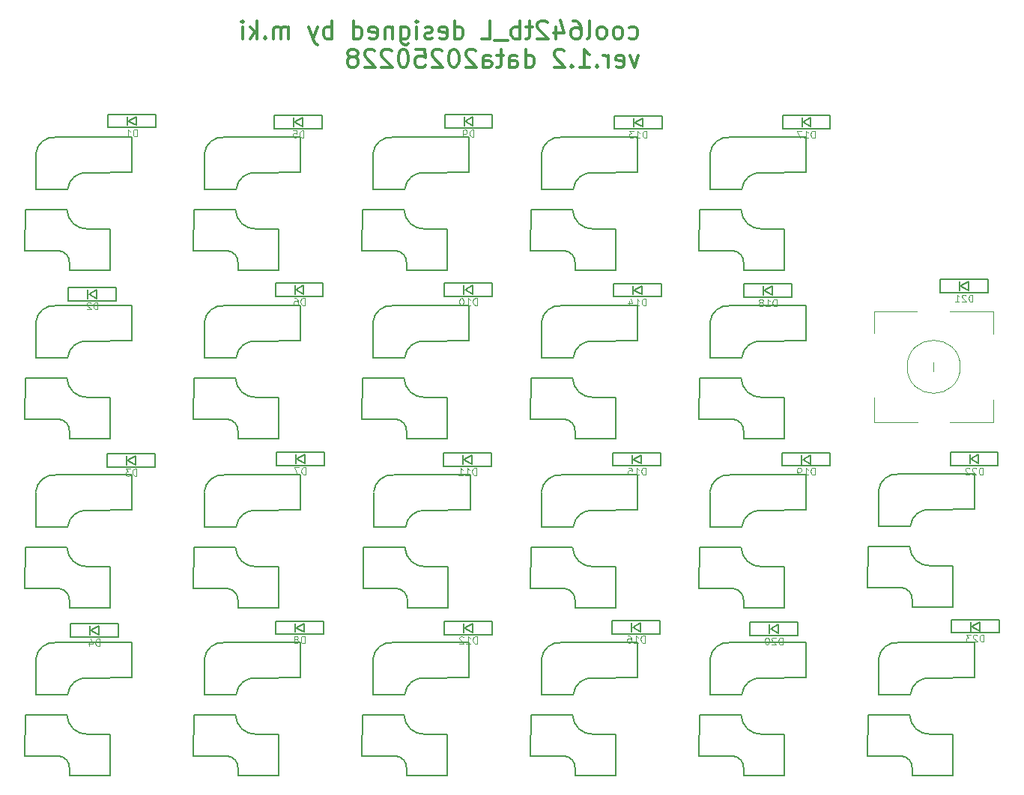
<source format=gbr>
%TF.GenerationSoftware,KiCad,Pcbnew,8.0.7*%
%TF.CreationDate,2025-02-28T21:35:55+09:00*%
%TF.ProjectId,cool642tb_L,636f6f6c-3634-4327-9462-5f4c2e6b6963,rev?*%
%TF.SameCoordinates,Original*%
%TF.FileFunction,Legend,Bot*%
%TF.FilePolarity,Positive*%
%FSLAX46Y46*%
G04 Gerber Fmt 4.6, Leading zero omitted, Abs format (unit mm)*
G04 Created by KiCad (PCBNEW 8.0.7) date 2025-02-28 21:35:55*
%MOMM*%
%LPD*%
G01*
G04 APERTURE LIST*
%ADD10C,0.300000*%
%ADD11C,0.125000*%
%ADD12C,0.150000*%
%ADD13C,0.120000*%
G04 APERTURE END LIST*
D10*
X60979298Y18045488D02*
X61169774Y17950249D01*
X61169774Y17950249D02*
X61550727Y17950249D01*
X61550727Y17950249D02*
X61741203Y18045488D01*
X61741203Y18045488D02*
X61836441Y18140726D01*
X61836441Y18140726D02*
X61931679Y18331202D01*
X61931679Y18331202D02*
X61931679Y18902630D01*
X61931679Y18902630D02*
X61836441Y19093107D01*
X61836441Y19093107D02*
X61741203Y19188345D01*
X61741203Y19188345D02*
X61550727Y19283583D01*
X61550727Y19283583D02*
X61169774Y19283583D01*
X61169774Y19283583D02*
X60979298Y19188345D01*
X59836441Y17950249D02*
X60026917Y18045488D01*
X60026917Y18045488D02*
X60122155Y18140726D01*
X60122155Y18140726D02*
X60217393Y18331202D01*
X60217393Y18331202D02*
X60217393Y18902630D01*
X60217393Y18902630D02*
X60122155Y19093107D01*
X60122155Y19093107D02*
X60026917Y19188345D01*
X60026917Y19188345D02*
X59836441Y19283583D01*
X59836441Y19283583D02*
X59550726Y19283583D01*
X59550726Y19283583D02*
X59360250Y19188345D01*
X59360250Y19188345D02*
X59265012Y19093107D01*
X59265012Y19093107D02*
X59169774Y18902630D01*
X59169774Y18902630D02*
X59169774Y18331202D01*
X59169774Y18331202D02*
X59265012Y18140726D01*
X59265012Y18140726D02*
X59360250Y18045488D01*
X59360250Y18045488D02*
X59550726Y17950249D01*
X59550726Y17950249D02*
X59836441Y17950249D01*
X58026917Y17950249D02*
X58217393Y18045488D01*
X58217393Y18045488D02*
X58312631Y18140726D01*
X58312631Y18140726D02*
X58407869Y18331202D01*
X58407869Y18331202D02*
X58407869Y18902630D01*
X58407869Y18902630D02*
X58312631Y19093107D01*
X58312631Y19093107D02*
X58217393Y19188345D01*
X58217393Y19188345D02*
X58026917Y19283583D01*
X58026917Y19283583D02*
X57741202Y19283583D01*
X57741202Y19283583D02*
X57550726Y19188345D01*
X57550726Y19188345D02*
X57455488Y19093107D01*
X57455488Y19093107D02*
X57360250Y18902630D01*
X57360250Y18902630D02*
X57360250Y18331202D01*
X57360250Y18331202D02*
X57455488Y18140726D01*
X57455488Y18140726D02*
X57550726Y18045488D01*
X57550726Y18045488D02*
X57741202Y17950249D01*
X57741202Y17950249D02*
X58026917Y17950249D01*
X56217393Y17950249D02*
X56407869Y18045488D01*
X56407869Y18045488D02*
X56503107Y18235964D01*
X56503107Y18235964D02*
X56503107Y19950249D01*
X54598345Y19950249D02*
X54979298Y19950249D01*
X54979298Y19950249D02*
X55169774Y19855011D01*
X55169774Y19855011D02*
X55265012Y19759773D01*
X55265012Y19759773D02*
X55455488Y19474059D01*
X55455488Y19474059D02*
X55550726Y19093107D01*
X55550726Y19093107D02*
X55550726Y18331202D01*
X55550726Y18331202D02*
X55455488Y18140726D01*
X55455488Y18140726D02*
X55360250Y18045488D01*
X55360250Y18045488D02*
X55169774Y17950249D01*
X55169774Y17950249D02*
X54788821Y17950249D01*
X54788821Y17950249D02*
X54598345Y18045488D01*
X54598345Y18045488D02*
X54503107Y18140726D01*
X54503107Y18140726D02*
X54407869Y18331202D01*
X54407869Y18331202D02*
X54407869Y18807392D01*
X54407869Y18807392D02*
X54503107Y18997868D01*
X54503107Y18997868D02*
X54598345Y19093107D01*
X54598345Y19093107D02*
X54788821Y19188345D01*
X54788821Y19188345D02*
X55169774Y19188345D01*
X55169774Y19188345D02*
X55360250Y19093107D01*
X55360250Y19093107D02*
X55455488Y18997868D01*
X55455488Y18997868D02*
X55550726Y18807392D01*
X52693583Y19283583D02*
X52693583Y17950249D01*
X53169774Y20045488D02*
X53645964Y18616916D01*
X53645964Y18616916D02*
X52407869Y18616916D01*
X51741202Y19759773D02*
X51645964Y19855011D01*
X51645964Y19855011D02*
X51455488Y19950249D01*
X51455488Y19950249D02*
X50979297Y19950249D01*
X50979297Y19950249D02*
X50788821Y19855011D01*
X50788821Y19855011D02*
X50693583Y19759773D01*
X50693583Y19759773D02*
X50598345Y19569297D01*
X50598345Y19569297D02*
X50598345Y19378821D01*
X50598345Y19378821D02*
X50693583Y19093107D01*
X50693583Y19093107D02*
X51836440Y17950249D01*
X51836440Y17950249D02*
X50598345Y17950249D01*
X50026916Y19283583D02*
X49265012Y19283583D01*
X49741202Y19950249D02*
X49741202Y18235964D01*
X49741202Y18235964D02*
X49645964Y18045488D01*
X49645964Y18045488D02*
X49455488Y17950249D01*
X49455488Y17950249D02*
X49265012Y17950249D01*
X48598345Y17950249D02*
X48598345Y19950249D01*
X48598345Y19188345D02*
X48407869Y19283583D01*
X48407869Y19283583D02*
X48026916Y19283583D01*
X48026916Y19283583D02*
X47836440Y19188345D01*
X47836440Y19188345D02*
X47741202Y19093107D01*
X47741202Y19093107D02*
X47645964Y18902630D01*
X47645964Y18902630D02*
X47645964Y18331202D01*
X47645964Y18331202D02*
X47741202Y18140726D01*
X47741202Y18140726D02*
X47836440Y18045488D01*
X47836440Y18045488D02*
X48026916Y17950249D01*
X48026916Y17950249D02*
X48407869Y17950249D01*
X48407869Y17950249D02*
X48598345Y18045488D01*
X47265012Y17759773D02*
X45741202Y17759773D01*
X44312630Y17950249D02*
X45265011Y17950249D01*
X45265011Y17950249D02*
X45265011Y19950249D01*
X41265010Y17950249D02*
X41265010Y19950249D01*
X41265010Y18045488D02*
X41455486Y17950249D01*
X41455486Y17950249D02*
X41836439Y17950249D01*
X41836439Y17950249D02*
X42026915Y18045488D01*
X42026915Y18045488D02*
X42122153Y18140726D01*
X42122153Y18140726D02*
X42217391Y18331202D01*
X42217391Y18331202D02*
X42217391Y18902630D01*
X42217391Y18902630D02*
X42122153Y19093107D01*
X42122153Y19093107D02*
X42026915Y19188345D01*
X42026915Y19188345D02*
X41836439Y19283583D01*
X41836439Y19283583D02*
X41455486Y19283583D01*
X41455486Y19283583D02*
X41265010Y19188345D01*
X39550724Y18045488D02*
X39741200Y17950249D01*
X39741200Y17950249D02*
X40122153Y17950249D01*
X40122153Y17950249D02*
X40312629Y18045488D01*
X40312629Y18045488D02*
X40407867Y18235964D01*
X40407867Y18235964D02*
X40407867Y18997868D01*
X40407867Y18997868D02*
X40312629Y19188345D01*
X40312629Y19188345D02*
X40122153Y19283583D01*
X40122153Y19283583D02*
X39741200Y19283583D01*
X39741200Y19283583D02*
X39550724Y19188345D01*
X39550724Y19188345D02*
X39455486Y18997868D01*
X39455486Y18997868D02*
X39455486Y18807392D01*
X39455486Y18807392D02*
X40407867Y18616916D01*
X38693581Y18045488D02*
X38503105Y17950249D01*
X38503105Y17950249D02*
X38122153Y17950249D01*
X38122153Y17950249D02*
X37931676Y18045488D01*
X37931676Y18045488D02*
X37836438Y18235964D01*
X37836438Y18235964D02*
X37836438Y18331202D01*
X37836438Y18331202D02*
X37931676Y18521678D01*
X37931676Y18521678D02*
X38122153Y18616916D01*
X38122153Y18616916D02*
X38407867Y18616916D01*
X38407867Y18616916D02*
X38598343Y18712154D01*
X38598343Y18712154D02*
X38693581Y18902630D01*
X38693581Y18902630D02*
X38693581Y18997868D01*
X38693581Y18997868D02*
X38598343Y19188345D01*
X38598343Y19188345D02*
X38407867Y19283583D01*
X38407867Y19283583D02*
X38122153Y19283583D01*
X38122153Y19283583D02*
X37931676Y19188345D01*
X36979295Y17950249D02*
X36979295Y19283583D01*
X36979295Y19950249D02*
X37074533Y19855011D01*
X37074533Y19855011D02*
X36979295Y19759773D01*
X36979295Y19759773D02*
X36884057Y19855011D01*
X36884057Y19855011D02*
X36979295Y19950249D01*
X36979295Y19950249D02*
X36979295Y19759773D01*
X35169771Y19283583D02*
X35169771Y17664535D01*
X35169771Y17664535D02*
X35265009Y17474059D01*
X35265009Y17474059D02*
X35360247Y17378821D01*
X35360247Y17378821D02*
X35550724Y17283583D01*
X35550724Y17283583D02*
X35836438Y17283583D01*
X35836438Y17283583D02*
X36026914Y17378821D01*
X35169771Y18045488D02*
X35360247Y17950249D01*
X35360247Y17950249D02*
X35741200Y17950249D01*
X35741200Y17950249D02*
X35931676Y18045488D01*
X35931676Y18045488D02*
X36026914Y18140726D01*
X36026914Y18140726D02*
X36122152Y18331202D01*
X36122152Y18331202D02*
X36122152Y18902630D01*
X36122152Y18902630D02*
X36026914Y19093107D01*
X36026914Y19093107D02*
X35931676Y19188345D01*
X35931676Y19188345D02*
X35741200Y19283583D01*
X35741200Y19283583D02*
X35360247Y19283583D01*
X35360247Y19283583D02*
X35169771Y19188345D01*
X34217390Y19283583D02*
X34217390Y17950249D01*
X34217390Y19093107D02*
X34122152Y19188345D01*
X34122152Y19188345D02*
X33931676Y19283583D01*
X33931676Y19283583D02*
X33645961Y19283583D01*
X33645961Y19283583D02*
X33455485Y19188345D01*
X33455485Y19188345D02*
X33360247Y18997868D01*
X33360247Y18997868D02*
X33360247Y17950249D01*
X31645961Y18045488D02*
X31836437Y17950249D01*
X31836437Y17950249D02*
X32217390Y17950249D01*
X32217390Y17950249D02*
X32407866Y18045488D01*
X32407866Y18045488D02*
X32503104Y18235964D01*
X32503104Y18235964D02*
X32503104Y18997868D01*
X32503104Y18997868D02*
X32407866Y19188345D01*
X32407866Y19188345D02*
X32217390Y19283583D01*
X32217390Y19283583D02*
X31836437Y19283583D01*
X31836437Y19283583D02*
X31645961Y19188345D01*
X31645961Y19188345D02*
X31550723Y18997868D01*
X31550723Y18997868D02*
X31550723Y18807392D01*
X31550723Y18807392D02*
X32503104Y18616916D01*
X29836437Y17950249D02*
X29836437Y19950249D01*
X29836437Y18045488D02*
X30026913Y17950249D01*
X30026913Y17950249D02*
X30407866Y17950249D01*
X30407866Y17950249D02*
X30598342Y18045488D01*
X30598342Y18045488D02*
X30693580Y18140726D01*
X30693580Y18140726D02*
X30788818Y18331202D01*
X30788818Y18331202D02*
X30788818Y18902630D01*
X30788818Y18902630D02*
X30693580Y19093107D01*
X30693580Y19093107D02*
X30598342Y19188345D01*
X30598342Y19188345D02*
X30407866Y19283583D01*
X30407866Y19283583D02*
X30026913Y19283583D01*
X30026913Y19283583D02*
X29836437Y19188345D01*
X27360246Y17950249D02*
X27360246Y19950249D01*
X27360246Y19188345D02*
X27169770Y19283583D01*
X27169770Y19283583D02*
X26788817Y19283583D01*
X26788817Y19283583D02*
X26598341Y19188345D01*
X26598341Y19188345D02*
X26503103Y19093107D01*
X26503103Y19093107D02*
X26407865Y18902630D01*
X26407865Y18902630D02*
X26407865Y18331202D01*
X26407865Y18331202D02*
X26503103Y18140726D01*
X26503103Y18140726D02*
X26598341Y18045488D01*
X26598341Y18045488D02*
X26788817Y17950249D01*
X26788817Y17950249D02*
X27169770Y17950249D01*
X27169770Y17950249D02*
X27360246Y18045488D01*
X25741198Y19283583D02*
X25265008Y17950249D01*
X24788817Y19283583D02*
X25265008Y17950249D01*
X25265008Y17950249D02*
X25455484Y17474059D01*
X25455484Y17474059D02*
X25550722Y17378821D01*
X25550722Y17378821D02*
X25741198Y17283583D01*
X22503102Y17950249D02*
X22503102Y19283583D01*
X22503102Y19093107D02*
X22407864Y19188345D01*
X22407864Y19188345D02*
X22217388Y19283583D01*
X22217388Y19283583D02*
X21931673Y19283583D01*
X21931673Y19283583D02*
X21741197Y19188345D01*
X21741197Y19188345D02*
X21645959Y18997868D01*
X21645959Y18997868D02*
X21645959Y17950249D01*
X21645959Y18997868D02*
X21550721Y19188345D01*
X21550721Y19188345D02*
X21360245Y19283583D01*
X21360245Y19283583D02*
X21074531Y19283583D01*
X21074531Y19283583D02*
X20884054Y19188345D01*
X20884054Y19188345D02*
X20788816Y18997868D01*
X20788816Y18997868D02*
X20788816Y17950249D01*
X19836435Y18140726D02*
X19741197Y18045488D01*
X19741197Y18045488D02*
X19836435Y17950249D01*
X19836435Y17950249D02*
X19931673Y18045488D01*
X19931673Y18045488D02*
X19836435Y18140726D01*
X19836435Y18140726D02*
X19836435Y17950249D01*
X18884054Y17950249D02*
X18884054Y19950249D01*
X18693578Y18712154D02*
X18122149Y17950249D01*
X18122149Y19283583D02*
X18884054Y18521678D01*
X17265006Y17950249D02*
X17265006Y19283583D01*
X17265006Y19950249D02*
X17360244Y19855011D01*
X17360244Y19855011D02*
X17265006Y19759773D01*
X17265006Y19759773D02*
X17169768Y19855011D01*
X17169768Y19855011D02*
X17265006Y19950249D01*
X17265006Y19950249D02*
X17265006Y19759773D01*
X62026917Y16063695D02*
X61550727Y14730361D01*
X61550727Y14730361D02*
X61074536Y16063695D01*
X59550726Y14825600D02*
X59741202Y14730361D01*
X59741202Y14730361D02*
X60122155Y14730361D01*
X60122155Y14730361D02*
X60312631Y14825600D01*
X60312631Y14825600D02*
X60407869Y15016076D01*
X60407869Y15016076D02*
X60407869Y15777980D01*
X60407869Y15777980D02*
X60312631Y15968457D01*
X60312631Y15968457D02*
X60122155Y16063695D01*
X60122155Y16063695D02*
X59741202Y16063695D01*
X59741202Y16063695D02*
X59550726Y15968457D01*
X59550726Y15968457D02*
X59455488Y15777980D01*
X59455488Y15777980D02*
X59455488Y15587504D01*
X59455488Y15587504D02*
X60407869Y15397028D01*
X58598345Y14730361D02*
X58598345Y16063695D01*
X58598345Y15682742D02*
X58503107Y15873219D01*
X58503107Y15873219D02*
X58407869Y15968457D01*
X58407869Y15968457D02*
X58217393Y16063695D01*
X58217393Y16063695D02*
X58026916Y16063695D01*
X57360250Y14920838D02*
X57265012Y14825600D01*
X57265012Y14825600D02*
X57360250Y14730361D01*
X57360250Y14730361D02*
X57455488Y14825600D01*
X57455488Y14825600D02*
X57360250Y14920838D01*
X57360250Y14920838D02*
X57360250Y14730361D01*
X55360250Y14730361D02*
X56503107Y14730361D01*
X55931679Y14730361D02*
X55931679Y16730361D01*
X55931679Y16730361D02*
X56122155Y16444647D01*
X56122155Y16444647D02*
X56312631Y16254171D01*
X56312631Y16254171D02*
X56503107Y16158933D01*
X54503107Y14920838D02*
X54407869Y14825600D01*
X54407869Y14825600D02*
X54503107Y14730361D01*
X54503107Y14730361D02*
X54598345Y14825600D01*
X54598345Y14825600D02*
X54503107Y14920838D01*
X54503107Y14920838D02*
X54503107Y14730361D01*
X53645964Y16539885D02*
X53550726Y16635123D01*
X53550726Y16635123D02*
X53360250Y16730361D01*
X53360250Y16730361D02*
X52884059Y16730361D01*
X52884059Y16730361D02*
X52693583Y16635123D01*
X52693583Y16635123D02*
X52598345Y16539885D01*
X52598345Y16539885D02*
X52503107Y16349409D01*
X52503107Y16349409D02*
X52503107Y16158933D01*
X52503107Y16158933D02*
X52598345Y15873219D01*
X52598345Y15873219D02*
X53741202Y14730361D01*
X53741202Y14730361D02*
X52503107Y14730361D01*
X49265011Y14730361D02*
X49265011Y16730361D01*
X49265011Y14825600D02*
X49455487Y14730361D01*
X49455487Y14730361D02*
X49836440Y14730361D01*
X49836440Y14730361D02*
X50026916Y14825600D01*
X50026916Y14825600D02*
X50122154Y14920838D01*
X50122154Y14920838D02*
X50217392Y15111314D01*
X50217392Y15111314D02*
X50217392Y15682742D01*
X50217392Y15682742D02*
X50122154Y15873219D01*
X50122154Y15873219D02*
X50026916Y15968457D01*
X50026916Y15968457D02*
X49836440Y16063695D01*
X49836440Y16063695D02*
X49455487Y16063695D01*
X49455487Y16063695D02*
X49265011Y15968457D01*
X47455487Y14730361D02*
X47455487Y15777980D01*
X47455487Y15777980D02*
X47550725Y15968457D01*
X47550725Y15968457D02*
X47741201Y16063695D01*
X47741201Y16063695D02*
X48122154Y16063695D01*
X48122154Y16063695D02*
X48312630Y15968457D01*
X47455487Y14825600D02*
X47645963Y14730361D01*
X47645963Y14730361D02*
X48122154Y14730361D01*
X48122154Y14730361D02*
X48312630Y14825600D01*
X48312630Y14825600D02*
X48407868Y15016076D01*
X48407868Y15016076D02*
X48407868Y15206552D01*
X48407868Y15206552D02*
X48312630Y15397028D01*
X48312630Y15397028D02*
X48122154Y15492266D01*
X48122154Y15492266D02*
X47645963Y15492266D01*
X47645963Y15492266D02*
X47455487Y15587504D01*
X46788820Y16063695D02*
X46026916Y16063695D01*
X46503106Y16730361D02*
X46503106Y15016076D01*
X46503106Y15016076D02*
X46407868Y14825600D01*
X46407868Y14825600D02*
X46217392Y14730361D01*
X46217392Y14730361D02*
X46026916Y14730361D01*
X44503106Y14730361D02*
X44503106Y15777980D01*
X44503106Y15777980D02*
X44598344Y15968457D01*
X44598344Y15968457D02*
X44788820Y16063695D01*
X44788820Y16063695D02*
X45169773Y16063695D01*
X45169773Y16063695D02*
X45360249Y15968457D01*
X44503106Y14825600D02*
X44693582Y14730361D01*
X44693582Y14730361D02*
X45169773Y14730361D01*
X45169773Y14730361D02*
X45360249Y14825600D01*
X45360249Y14825600D02*
X45455487Y15016076D01*
X45455487Y15016076D02*
X45455487Y15206552D01*
X45455487Y15206552D02*
X45360249Y15397028D01*
X45360249Y15397028D02*
X45169773Y15492266D01*
X45169773Y15492266D02*
X44693582Y15492266D01*
X44693582Y15492266D02*
X44503106Y15587504D01*
X43645963Y16539885D02*
X43550725Y16635123D01*
X43550725Y16635123D02*
X43360249Y16730361D01*
X43360249Y16730361D02*
X42884058Y16730361D01*
X42884058Y16730361D02*
X42693582Y16635123D01*
X42693582Y16635123D02*
X42598344Y16539885D01*
X42598344Y16539885D02*
X42503106Y16349409D01*
X42503106Y16349409D02*
X42503106Y16158933D01*
X42503106Y16158933D02*
X42598344Y15873219D01*
X42598344Y15873219D02*
X43741201Y14730361D01*
X43741201Y14730361D02*
X42503106Y14730361D01*
X41265011Y16730361D02*
X41074534Y16730361D01*
X41074534Y16730361D02*
X40884058Y16635123D01*
X40884058Y16635123D02*
X40788820Y16539885D01*
X40788820Y16539885D02*
X40693582Y16349409D01*
X40693582Y16349409D02*
X40598344Y15968457D01*
X40598344Y15968457D02*
X40598344Y15492266D01*
X40598344Y15492266D02*
X40693582Y15111314D01*
X40693582Y15111314D02*
X40788820Y14920838D01*
X40788820Y14920838D02*
X40884058Y14825600D01*
X40884058Y14825600D02*
X41074534Y14730361D01*
X41074534Y14730361D02*
X41265011Y14730361D01*
X41265011Y14730361D02*
X41455487Y14825600D01*
X41455487Y14825600D02*
X41550725Y14920838D01*
X41550725Y14920838D02*
X41645963Y15111314D01*
X41645963Y15111314D02*
X41741201Y15492266D01*
X41741201Y15492266D02*
X41741201Y15968457D01*
X41741201Y15968457D02*
X41645963Y16349409D01*
X41645963Y16349409D02*
X41550725Y16539885D01*
X41550725Y16539885D02*
X41455487Y16635123D01*
X41455487Y16635123D02*
X41265011Y16730361D01*
X39836439Y16539885D02*
X39741201Y16635123D01*
X39741201Y16635123D02*
X39550725Y16730361D01*
X39550725Y16730361D02*
X39074534Y16730361D01*
X39074534Y16730361D02*
X38884058Y16635123D01*
X38884058Y16635123D02*
X38788820Y16539885D01*
X38788820Y16539885D02*
X38693582Y16349409D01*
X38693582Y16349409D02*
X38693582Y16158933D01*
X38693582Y16158933D02*
X38788820Y15873219D01*
X38788820Y15873219D02*
X39931677Y14730361D01*
X39931677Y14730361D02*
X38693582Y14730361D01*
X36884058Y16730361D02*
X37836439Y16730361D01*
X37836439Y16730361D02*
X37931677Y15777980D01*
X37931677Y15777980D02*
X37836439Y15873219D01*
X37836439Y15873219D02*
X37645963Y15968457D01*
X37645963Y15968457D02*
X37169772Y15968457D01*
X37169772Y15968457D02*
X36979296Y15873219D01*
X36979296Y15873219D02*
X36884058Y15777980D01*
X36884058Y15777980D02*
X36788820Y15587504D01*
X36788820Y15587504D02*
X36788820Y15111314D01*
X36788820Y15111314D02*
X36884058Y14920838D01*
X36884058Y14920838D02*
X36979296Y14825600D01*
X36979296Y14825600D02*
X37169772Y14730361D01*
X37169772Y14730361D02*
X37645963Y14730361D01*
X37645963Y14730361D02*
X37836439Y14825600D01*
X37836439Y14825600D02*
X37931677Y14920838D01*
X35550725Y16730361D02*
X35360248Y16730361D01*
X35360248Y16730361D02*
X35169772Y16635123D01*
X35169772Y16635123D02*
X35074534Y16539885D01*
X35074534Y16539885D02*
X34979296Y16349409D01*
X34979296Y16349409D02*
X34884058Y15968457D01*
X34884058Y15968457D02*
X34884058Y15492266D01*
X34884058Y15492266D02*
X34979296Y15111314D01*
X34979296Y15111314D02*
X35074534Y14920838D01*
X35074534Y14920838D02*
X35169772Y14825600D01*
X35169772Y14825600D02*
X35360248Y14730361D01*
X35360248Y14730361D02*
X35550725Y14730361D01*
X35550725Y14730361D02*
X35741201Y14825600D01*
X35741201Y14825600D02*
X35836439Y14920838D01*
X35836439Y14920838D02*
X35931677Y15111314D01*
X35931677Y15111314D02*
X36026915Y15492266D01*
X36026915Y15492266D02*
X36026915Y15968457D01*
X36026915Y15968457D02*
X35931677Y16349409D01*
X35931677Y16349409D02*
X35836439Y16539885D01*
X35836439Y16539885D02*
X35741201Y16635123D01*
X35741201Y16635123D02*
X35550725Y16730361D01*
X34122153Y16539885D02*
X34026915Y16635123D01*
X34026915Y16635123D02*
X33836439Y16730361D01*
X33836439Y16730361D02*
X33360248Y16730361D01*
X33360248Y16730361D02*
X33169772Y16635123D01*
X33169772Y16635123D02*
X33074534Y16539885D01*
X33074534Y16539885D02*
X32979296Y16349409D01*
X32979296Y16349409D02*
X32979296Y16158933D01*
X32979296Y16158933D02*
X33074534Y15873219D01*
X33074534Y15873219D02*
X34217391Y14730361D01*
X34217391Y14730361D02*
X32979296Y14730361D01*
X32217391Y16539885D02*
X32122153Y16635123D01*
X32122153Y16635123D02*
X31931677Y16730361D01*
X31931677Y16730361D02*
X31455486Y16730361D01*
X31455486Y16730361D02*
X31265010Y16635123D01*
X31265010Y16635123D02*
X31169772Y16539885D01*
X31169772Y16539885D02*
X31074534Y16349409D01*
X31074534Y16349409D02*
X31074534Y16158933D01*
X31074534Y16158933D02*
X31169772Y15873219D01*
X31169772Y15873219D02*
X32312629Y14730361D01*
X32312629Y14730361D02*
X31074534Y14730361D01*
X29931677Y15873219D02*
X30122153Y15968457D01*
X30122153Y15968457D02*
X30217391Y16063695D01*
X30217391Y16063695D02*
X30312629Y16254171D01*
X30312629Y16254171D02*
X30312629Y16349409D01*
X30312629Y16349409D02*
X30217391Y16539885D01*
X30217391Y16539885D02*
X30122153Y16635123D01*
X30122153Y16635123D02*
X29931677Y16730361D01*
X29931677Y16730361D02*
X29550724Y16730361D01*
X29550724Y16730361D02*
X29360248Y16635123D01*
X29360248Y16635123D02*
X29265010Y16539885D01*
X29265010Y16539885D02*
X29169772Y16349409D01*
X29169772Y16349409D02*
X29169772Y16254171D01*
X29169772Y16254171D02*
X29265010Y16063695D01*
X29265010Y16063695D02*
X29360248Y15968457D01*
X29360248Y15968457D02*
X29550724Y15873219D01*
X29550724Y15873219D02*
X29931677Y15873219D01*
X29931677Y15873219D02*
X30122153Y15777980D01*
X30122153Y15777980D02*
X30217391Y15682742D01*
X30217391Y15682742D02*
X30312629Y15492266D01*
X30312629Y15492266D02*
X30312629Y15111314D01*
X30312629Y15111314D02*
X30217391Y14920838D01*
X30217391Y14920838D02*
X30122153Y14825600D01*
X30122153Y14825600D02*
X29931677Y14730361D01*
X29931677Y14730361D02*
X29550724Y14730361D01*
X29550724Y14730361D02*
X29360248Y14825600D01*
X29360248Y14825600D02*
X29265010Y14920838D01*
X29265010Y14920838D02*
X29169772Y15111314D01*
X29169772Y15111314D02*
X29169772Y15492266D01*
X29169772Y15492266D02*
X29265010Y15682742D01*
X29265010Y15682742D02*
X29360248Y15777980D01*
X29360248Y15777980D02*
X29550724Y15873219D01*
D11*
X5290475Y-31483595D02*
X5290475Y-30683595D01*
X5290475Y-30683595D02*
X5099999Y-30683595D01*
X5099999Y-30683595D02*
X4985713Y-30721690D01*
X4985713Y-30721690D02*
X4909523Y-30797880D01*
X4909523Y-30797880D02*
X4871428Y-30874071D01*
X4871428Y-30874071D02*
X4833332Y-31026452D01*
X4833332Y-31026452D02*
X4833332Y-31140738D01*
X4833332Y-31140738D02*
X4871428Y-31293119D01*
X4871428Y-31293119D02*
X4909523Y-31369309D01*
X4909523Y-31369309D02*
X4985713Y-31445500D01*
X4985713Y-31445500D02*
X5099999Y-31483595D01*
X5099999Y-31483595D02*
X5290475Y-31483595D01*
X4566666Y-30683595D02*
X4071428Y-30683595D01*
X4071428Y-30683595D02*
X4338094Y-30988357D01*
X4338094Y-30988357D02*
X4223809Y-30988357D01*
X4223809Y-30988357D02*
X4147618Y-31026452D01*
X4147618Y-31026452D02*
X4109523Y-31064547D01*
X4109523Y-31064547D02*
X4071428Y-31140738D01*
X4071428Y-31140738D02*
X4071428Y-31331214D01*
X4071428Y-31331214D02*
X4109523Y-31407404D01*
X4109523Y-31407404D02*
X4147618Y-31445500D01*
X4147618Y-31445500D02*
X4223809Y-31483595D01*
X4223809Y-31483595D02*
X4452380Y-31483595D01*
X4452380Y-31483595D02*
X4528571Y-31445500D01*
X4528571Y-31445500D02*
X4566666Y-31407404D01*
X62951428Y6716404D02*
X62951428Y7516404D01*
X62951428Y7516404D02*
X62760952Y7516404D01*
X62760952Y7516404D02*
X62646666Y7478309D01*
X62646666Y7478309D02*
X62570476Y7402119D01*
X62570476Y7402119D02*
X62532381Y7325928D01*
X62532381Y7325928D02*
X62494285Y7173547D01*
X62494285Y7173547D02*
X62494285Y7059261D01*
X62494285Y7059261D02*
X62532381Y6906880D01*
X62532381Y6906880D02*
X62570476Y6830690D01*
X62570476Y6830690D02*
X62646666Y6754500D01*
X62646666Y6754500D02*
X62760952Y6716404D01*
X62760952Y6716404D02*
X62951428Y6716404D01*
X61732381Y6716404D02*
X62189524Y6716404D01*
X61960952Y6716404D02*
X61960952Y7516404D01*
X61960952Y7516404D02*
X62037143Y7402119D01*
X62037143Y7402119D02*
X62113333Y7325928D01*
X62113333Y7325928D02*
X62189524Y7287833D01*
X61465714Y7516404D02*
X60970476Y7516404D01*
X60970476Y7516404D02*
X61237142Y7211642D01*
X61237142Y7211642D02*
X61122857Y7211642D01*
X61122857Y7211642D02*
X61046666Y7173547D01*
X61046666Y7173547D02*
X61008571Y7135452D01*
X61008571Y7135452D02*
X60970476Y7059261D01*
X60970476Y7059261D02*
X60970476Y6868785D01*
X60970476Y6868785D02*
X61008571Y6792595D01*
X61008571Y6792595D02*
X61046666Y6754500D01*
X61046666Y6754500D02*
X61122857Y6716404D01*
X61122857Y6716404D02*
X61351428Y6716404D01*
X61351428Y6716404D02*
X61427619Y6754500D01*
X61427619Y6754500D02*
X61465714Y6792595D01*
X43781428Y-12183595D02*
X43781428Y-11383595D01*
X43781428Y-11383595D02*
X43590952Y-11383595D01*
X43590952Y-11383595D02*
X43476666Y-11421690D01*
X43476666Y-11421690D02*
X43400476Y-11497880D01*
X43400476Y-11497880D02*
X43362381Y-11574071D01*
X43362381Y-11574071D02*
X43324285Y-11726452D01*
X43324285Y-11726452D02*
X43324285Y-11840738D01*
X43324285Y-11840738D02*
X43362381Y-11993119D01*
X43362381Y-11993119D02*
X43400476Y-12069309D01*
X43400476Y-12069309D02*
X43476666Y-12145500D01*
X43476666Y-12145500D02*
X43590952Y-12183595D01*
X43590952Y-12183595D02*
X43781428Y-12183595D01*
X42562381Y-12183595D02*
X43019524Y-12183595D01*
X42790952Y-12183595D02*
X42790952Y-11383595D01*
X42790952Y-11383595D02*
X42867143Y-11497880D01*
X42867143Y-11497880D02*
X42943333Y-11574071D01*
X42943333Y-11574071D02*
X43019524Y-11612166D01*
X42067142Y-11383595D02*
X41990952Y-11383595D01*
X41990952Y-11383595D02*
X41914761Y-11421690D01*
X41914761Y-11421690D02*
X41876666Y-11459785D01*
X41876666Y-11459785D02*
X41838571Y-11535976D01*
X41838571Y-11535976D02*
X41800476Y-11688357D01*
X41800476Y-11688357D02*
X41800476Y-11878833D01*
X41800476Y-11878833D02*
X41838571Y-12031214D01*
X41838571Y-12031214D02*
X41876666Y-12107404D01*
X41876666Y-12107404D02*
X41914761Y-12145500D01*
X41914761Y-12145500D02*
X41990952Y-12183595D01*
X41990952Y-12183595D02*
X42067142Y-12183595D01*
X42067142Y-12183595D02*
X42143333Y-12145500D01*
X42143333Y-12145500D02*
X42181428Y-12107404D01*
X42181428Y-12107404D02*
X42219523Y-12031214D01*
X42219523Y-12031214D02*
X42257619Y-11878833D01*
X42257619Y-11878833D02*
X42257619Y-11688357D01*
X42257619Y-11688357D02*
X42219523Y-11535976D01*
X42219523Y-11535976D02*
X42181428Y-11459785D01*
X42181428Y-11459785D02*
X42143333Y-11421690D01*
X42143333Y-11421690D02*
X42067142Y-11383595D01*
X81971428Y-31393595D02*
X81971428Y-30593595D01*
X81971428Y-30593595D02*
X81780952Y-30593595D01*
X81780952Y-30593595D02*
X81666666Y-30631690D01*
X81666666Y-30631690D02*
X81590476Y-30707880D01*
X81590476Y-30707880D02*
X81552381Y-30784071D01*
X81552381Y-30784071D02*
X81514285Y-30936452D01*
X81514285Y-30936452D02*
X81514285Y-31050738D01*
X81514285Y-31050738D02*
X81552381Y-31203119D01*
X81552381Y-31203119D02*
X81590476Y-31279309D01*
X81590476Y-31279309D02*
X81666666Y-31355500D01*
X81666666Y-31355500D02*
X81780952Y-31393595D01*
X81780952Y-31393595D02*
X81971428Y-31393595D01*
X80752381Y-31393595D02*
X81209524Y-31393595D01*
X80980952Y-31393595D02*
X80980952Y-30593595D01*
X80980952Y-30593595D02*
X81057143Y-30707880D01*
X81057143Y-30707880D02*
X81133333Y-30784071D01*
X81133333Y-30784071D02*
X81209524Y-30822166D01*
X80371428Y-31393595D02*
X80219047Y-31393595D01*
X80219047Y-31393595D02*
X80142857Y-31355500D01*
X80142857Y-31355500D02*
X80104761Y-31317404D01*
X80104761Y-31317404D02*
X80028571Y-31203119D01*
X80028571Y-31203119D02*
X79990476Y-31050738D01*
X79990476Y-31050738D02*
X79990476Y-30745976D01*
X79990476Y-30745976D02*
X80028571Y-30669785D01*
X80028571Y-30669785D02*
X80066666Y-30631690D01*
X80066666Y-30631690D02*
X80142857Y-30593595D01*
X80142857Y-30593595D02*
X80295238Y-30593595D01*
X80295238Y-30593595D02*
X80371428Y-30631690D01*
X80371428Y-30631690D02*
X80409523Y-30669785D01*
X80409523Y-30669785D02*
X80447619Y-30745976D01*
X80447619Y-30745976D02*
X80447619Y-30936452D01*
X80447619Y-30936452D02*
X80409523Y-31012642D01*
X80409523Y-31012642D02*
X80371428Y-31050738D01*
X80371428Y-31050738D02*
X80295238Y-31088833D01*
X80295238Y-31088833D02*
X80142857Y-31088833D01*
X80142857Y-31088833D02*
X80066666Y-31050738D01*
X80066666Y-31050738D02*
X80028571Y-31012642D01*
X80028571Y-31012642D02*
X79990476Y-30936452D01*
X62741428Y-50363595D02*
X62741428Y-49563595D01*
X62741428Y-49563595D02*
X62550952Y-49563595D01*
X62550952Y-49563595D02*
X62436666Y-49601690D01*
X62436666Y-49601690D02*
X62360476Y-49677880D01*
X62360476Y-49677880D02*
X62322381Y-49754071D01*
X62322381Y-49754071D02*
X62284285Y-49906452D01*
X62284285Y-49906452D02*
X62284285Y-50020738D01*
X62284285Y-50020738D02*
X62322381Y-50173119D01*
X62322381Y-50173119D02*
X62360476Y-50249309D01*
X62360476Y-50249309D02*
X62436666Y-50325500D01*
X62436666Y-50325500D02*
X62550952Y-50363595D01*
X62550952Y-50363595D02*
X62741428Y-50363595D01*
X61522381Y-50363595D02*
X61979524Y-50363595D01*
X61750952Y-50363595D02*
X61750952Y-49563595D01*
X61750952Y-49563595D02*
X61827143Y-49677880D01*
X61827143Y-49677880D02*
X61903333Y-49754071D01*
X61903333Y-49754071D02*
X61979524Y-49792166D01*
X60836666Y-49563595D02*
X60989047Y-49563595D01*
X60989047Y-49563595D02*
X61065238Y-49601690D01*
X61065238Y-49601690D02*
X61103333Y-49639785D01*
X61103333Y-49639785D02*
X61179523Y-49754071D01*
X61179523Y-49754071D02*
X61217619Y-49906452D01*
X61217619Y-49906452D02*
X61217619Y-50211214D01*
X61217619Y-50211214D02*
X61179523Y-50287404D01*
X61179523Y-50287404D02*
X61141428Y-50325500D01*
X61141428Y-50325500D02*
X61065238Y-50363595D01*
X61065238Y-50363595D02*
X60912857Y-50363595D01*
X60912857Y-50363595D02*
X60836666Y-50325500D01*
X60836666Y-50325500D02*
X60798571Y-50287404D01*
X60798571Y-50287404D02*
X60760476Y-50211214D01*
X60760476Y-50211214D02*
X60760476Y-50020738D01*
X60760476Y-50020738D02*
X60798571Y-49944547D01*
X60798571Y-49944547D02*
X60836666Y-49906452D01*
X60836666Y-49906452D02*
X60912857Y-49868357D01*
X60912857Y-49868357D02*
X61065238Y-49868357D01*
X61065238Y-49868357D02*
X61141428Y-49906452D01*
X61141428Y-49906452D02*
X61179523Y-49944547D01*
X61179523Y-49944547D02*
X61217619Y-50020738D01*
X24390475Y-31333595D02*
X24390475Y-30533595D01*
X24390475Y-30533595D02*
X24199999Y-30533595D01*
X24199999Y-30533595D02*
X24085713Y-30571690D01*
X24085713Y-30571690D02*
X24009523Y-30647880D01*
X24009523Y-30647880D02*
X23971428Y-30724071D01*
X23971428Y-30724071D02*
X23933332Y-30876452D01*
X23933332Y-30876452D02*
X23933332Y-30990738D01*
X23933332Y-30990738D02*
X23971428Y-31143119D01*
X23971428Y-31143119D02*
X24009523Y-31219309D01*
X24009523Y-31219309D02*
X24085713Y-31295500D01*
X24085713Y-31295500D02*
X24199999Y-31333595D01*
X24199999Y-31333595D02*
X24390475Y-31333595D01*
X23666666Y-30533595D02*
X23133332Y-30533595D01*
X23133332Y-30533595D02*
X23476190Y-31333595D01*
X99806428Y-11803595D02*
X99806428Y-11003595D01*
X99806428Y-11003595D02*
X99615952Y-11003595D01*
X99615952Y-11003595D02*
X99501666Y-11041690D01*
X99501666Y-11041690D02*
X99425476Y-11117880D01*
X99425476Y-11117880D02*
X99387381Y-11194071D01*
X99387381Y-11194071D02*
X99349285Y-11346452D01*
X99349285Y-11346452D02*
X99349285Y-11460738D01*
X99349285Y-11460738D02*
X99387381Y-11613119D01*
X99387381Y-11613119D02*
X99425476Y-11689309D01*
X99425476Y-11689309D02*
X99501666Y-11765500D01*
X99501666Y-11765500D02*
X99615952Y-11803595D01*
X99615952Y-11803595D02*
X99806428Y-11803595D01*
X99044524Y-11079785D02*
X99006428Y-11041690D01*
X99006428Y-11041690D02*
X98930238Y-11003595D01*
X98930238Y-11003595D02*
X98739762Y-11003595D01*
X98739762Y-11003595D02*
X98663571Y-11041690D01*
X98663571Y-11041690D02*
X98625476Y-11079785D01*
X98625476Y-11079785D02*
X98587381Y-11155976D01*
X98587381Y-11155976D02*
X98587381Y-11232166D01*
X98587381Y-11232166D02*
X98625476Y-11346452D01*
X98625476Y-11346452D02*
X99082619Y-11803595D01*
X99082619Y-11803595D02*
X98587381Y-11803595D01*
X97825476Y-11803595D02*
X98282619Y-11803595D01*
X98054047Y-11803595D02*
X98054047Y-11003595D01*
X98054047Y-11003595D02*
X98130238Y-11117880D01*
X98130238Y-11117880D02*
X98206428Y-11194071D01*
X98206428Y-11194071D02*
X98282619Y-11232166D01*
X62871428Y-12253595D02*
X62871428Y-11453595D01*
X62871428Y-11453595D02*
X62680952Y-11453595D01*
X62680952Y-11453595D02*
X62566666Y-11491690D01*
X62566666Y-11491690D02*
X62490476Y-11567880D01*
X62490476Y-11567880D02*
X62452381Y-11644071D01*
X62452381Y-11644071D02*
X62414285Y-11796452D01*
X62414285Y-11796452D02*
X62414285Y-11910738D01*
X62414285Y-11910738D02*
X62452381Y-12063119D01*
X62452381Y-12063119D02*
X62490476Y-12139309D01*
X62490476Y-12139309D02*
X62566666Y-12215500D01*
X62566666Y-12215500D02*
X62680952Y-12253595D01*
X62680952Y-12253595D02*
X62871428Y-12253595D01*
X61652381Y-12253595D02*
X62109524Y-12253595D01*
X61880952Y-12253595D02*
X61880952Y-11453595D01*
X61880952Y-11453595D02*
X61957143Y-11567880D01*
X61957143Y-11567880D02*
X62033333Y-11644071D01*
X62033333Y-11644071D02*
X62109524Y-11682166D01*
X60966666Y-11720261D02*
X60966666Y-12253595D01*
X61157142Y-11415500D02*
X61347619Y-11986928D01*
X61347619Y-11986928D02*
X60852380Y-11986928D01*
X77636428Y-12313595D02*
X77636428Y-11513595D01*
X77636428Y-11513595D02*
X77445952Y-11513595D01*
X77445952Y-11513595D02*
X77331666Y-11551690D01*
X77331666Y-11551690D02*
X77255476Y-11627880D01*
X77255476Y-11627880D02*
X77217381Y-11704071D01*
X77217381Y-11704071D02*
X77179285Y-11856452D01*
X77179285Y-11856452D02*
X77179285Y-11970738D01*
X77179285Y-11970738D02*
X77217381Y-12123119D01*
X77217381Y-12123119D02*
X77255476Y-12199309D01*
X77255476Y-12199309D02*
X77331666Y-12275500D01*
X77331666Y-12275500D02*
X77445952Y-12313595D01*
X77445952Y-12313595D02*
X77636428Y-12313595D01*
X76417381Y-12313595D02*
X76874524Y-12313595D01*
X76645952Y-12313595D02*
X76645952Y-11513595D01*
X76645952Y-11513595D02*
X76722143Y-11627880D01*
X76722143Y-11627880D02*
X76798333Y-11704071D01*
X76798333Y-11704071D02*
X76874524Y-11742166D01*
X75960238Y-11856452D02*
X76036428Y-11818357D01*
X76036428Y-11818357D02*
X76074523Y-11780261D01*
X76074523Y-11780261D02*
X76112619Y-11704071D01*
X76112619Y-11704071D02*
X76112619Y-11665976D01*
X76112619Y-11665976D02*
X76074523Y-11589785D01*
X76074523Y-11589785D02*
X76036428Y-11551690D01*
X76036428Y-11551690D02*
X75960238Y-11513595D01*
X75960238Y-11513595D02*
X75807857Y-11513595D01*
X75807857Y-11513595D02*
X75731666Y-11551690D01*
X75731666Y-11551690D02*
X75693571Y-11589785D01*
X75693571Y-11589785D02*
X75655476Y-11665976D01*
X75655476Y-11665976D02*
X75655476Y-11704071D01*
X75655476Y-11704071D02*
X75693571Y-11780261D01*
X75693571Y-11780261D02*
X75731666Y-11818357D01*
X75731666Y-11818357D02*
X75807857Y-11856452D01*
X75807857Y-11856452D02*
X75960238Y-11856452D01*
X75960238Y-11856452D02*
X76036428Y-11894547D01*
X76036428Y-11894547D02*
X76074523Y-11932642D01*
X76074523Y-11932642D02*
X76112619Y-12008833D01*
X76112619Y-12008833D02*
X76112619Y-12161214D01*
X76112619Y-12161214D02*
X76074523Y-12237404D01*
X76074523Y-12237404D02*
X76036428Y-12275500D01*
X76036428Y-12275500D02*
X75960238Y-12313595D01*
X75960238Y-12313595D02*
X75807857Y-12313595D01*
X75807857Y-12313595D02*
X75731666Y-12275500D01*
X75731666Y-12275500D02*
X75693571Y-12237404D01*
X75693571Y-12237404D02*
X75655476Y-12161214D01*
X75655476Y-12161214D02*
X75655476Y-12008833D01*
X75655476Y-12008833D02*
X75693571Y-11932642D01*
X75693571Y-11932642D02*
X75731666Y-11894547D01*
X75731666Y-11894547D02*
X75807857Y-11856452D01*
X24170475Y6756404D02*
X24170475Y7556404D01*
X24170475Y7556404D02*
X23979999Y7556404D01*
X23979999Y7556404D02*
X23865713Y7518309D01*
X23865713Y7518309D02*
X23789523Y7442119D01*
X23789523Y7442119D02*
X23751428Y7365928D01*
X23751428Y7365928D02*
X23713332Y7213547D01*
X23713332Y7213547D02*
X23713332Y7099261D01*
X23713332Y7099261D02*
X23751428Y6946880D01*
X23751428Y6946880D02*
X23789523Y6870690D01*
X23789523Y6870690D02*
X23865713Y6794500D01*
X23865713Y6794500D02*
X23979999Y6756404D01*
X23979999Y6756404D02*
X24170475Y6756404D01*
X22989523Y7556404D02*
X23370475Y7556404D01*
X23370475Y7556404D02*
X23408571Y7175452D01*
X23408571Y7175452D02*
X23370475Y7213547D01*
X23370475Y7213547D02*
X23294285Y7251642D01*
X23294285Y7251642D02*
X23103809Y7251642D01*
X23103809Y7251642D02*
X23027618Y7213547D01*
X23027618Y7213547D02*
X22989523Y7175452D01*
X22989523Y7175452D02*
X22951428Y7099261D01*
X22951428Y7099261D02*
X22951428Y6908785D01*
X22951428Y6908785D02*
X22989523Y6832595D01*
X22989523Y6832595D02*
X23027618Y6794500D01*
X23027618Y6794500D02*
X23103809Y6756404D01*
X23103809Y6756404D02*
X23294285Y6756404D01*
X23294285Y6756404D02*
X23370475Y6794500D01*
X23370475Y6794500D02*
X23408571Y6832595D01*
X43410475Y6846404D02*
X43410475Y7646404D01*
X43410475Y7646404D02*
X43219999Y7646404D01*
X43219999Y7646404D02*
X43105713Y7608309D01*
X43105713Y7608309D02*
X43029523Y7532119D01*
X43029523Y7532119D02*
X42991428Y7455928D01*
X42991428Y7455928D02*
X42953332Y7303547D01*
X42953332Y7303547D02*
X42953332Y7189261D01*
X42953332Y7189261D02*
X42991428Y7036880D01*
X42991428Y7036880D02*
X43029523Y6960690D01*
X43029523Y6960690D02*
X43105713Y6884500D01*
X43105713Y6884500D02*
X43219999Y6846404D01*
X43219999Y6846404D02*
X43410475Y6846404D01*
X42572380Y6846404D02*
X42419999Y6846404D01*
X42419999Y6846404D02*
X42343809Y6884500D01*
X42343809Y6884500D02*
X42305713Y6922595D01*
X42305713Y6922595D02*
X42229523Y7036880D01*
X42229523Y7036880D02*
X42191428Y7189261D01*
X42191428Y7189261D02*
X42191428Y7494023D01*
X42191428Y7494023D02*
X42229523Y7570214D01*
X42229523Y7570214D02*
X42267618Y7608309D01*
X42267618Y7608309D02*
X42343809Y7646404D01*
X42343809Y7646404D02*
X42496190Y7646404D01*
X42496190Y7646404D02*
X42572380Y7608309D01*
X42572380Y7608309D02*
X42610475Y7570214D01*
X42610475Y7570214D02*
X42648571Y7494023D01*
X42648571Y7494023D02*
X42648571Y7303547D01*
X42648571Y7303547D02*
X42610475Y7227357D01*
X42610475Y7227357D02*
X42572380Y7189261D01*
X42572380Y7189261D02*
X42496190Y7151166D01*
X42496190Y7151166D02*
X42343809Y7151166D01*
X42343809Y7151166D02*
X42267618Y7189261D01*
X42267618Y7189261D02*
X42229523Y7227357D01*
X42229523Y7227357D02*
X42191428Y7303547D01*
X24320475Y-50433595D02*
X24320475Y-49633595D01*
X24320475Y-49633595D02*
X24129999Y-49633595D01*
X24129999Y-49633595D02*
X24015713Y-49671690D01*
X24015713Y-49671690D02*
X23939523Y-49747880D01*
X23939523Y-49747880D02*
X23901428Y-49824071D01*
X23901428Y-49824071D02*
X23863332Y-49976452D01*
X23863332Y-49976452D02*
X23863332Y-50090738D01*
X23863332Y-50090738D02*
X23901428Y-50243119D01*
X23901428Y-50243119D02*
X23939523Y-50319309D01*
X23939523Y-50319309D02*
X24015713Y-50395500D01*
X24015713Y-50395500D02*
X24129999Y-50433595D01*
X24129999Y-50433595D02*
X24320475Y-50433595D01*
X23406190Y-49976452D02*
X23482380Y-49938357D01*
X23482380Y-49938357D02*
X23520475Y-49900261D01*
X23520475Y-49900261D02*
X23558571Y-49824071D01*
X23558571Y-49824071D02*
X23558571Y-49785976D01*
X23558571Y-49785976D02*
X23520475Y-49709785D01*
X23520475Y-49709785D02*
X23482380Y-49671690D01*
X23482380Y-49671690D02*
X23406190Y-49633595D01*
X23406190Y-49633595D02*
X23253809Y-49633595D01*
X23253809Y-49633595D02*
X23177618Y-49671690D01*
X23177618Y-49671690D02*
X23139523Y-49709785D01*
X23139523Y-49709785D02*
X23101428Y-49785976D01*
X23101428Y-49785976D02*
X23101428Y-49824071D01*
X23101428Y-49824071D02*
X23139523Y-49900261D01*
X23139523Y-49900261D02*
X23177618Y-49938357D01*
X23177618Y-49938357D02*
X23253809Y-49976452D01*
X23253809Y-49976452D02*
X23406190Y-49976452D01*
X23406190Y-49976452D02*
X23482380Y-50014547D01*
X23482380Y-50014547D02*
X23520475Y-50052642D01*
X23520475Y-50052642D02*
X23558571Y-50128833D01*
X23558571Y-50128833D02*
X23558571Y-50281214D01*
X23558571Y-50281214D02*
X23520475Y-50357404D01*
X23520475Y-50357404D02*
X23482380Y-50395500D01*
X23482380Y-50395500D02*
X23406190Y-50433595D01*
X23406190Y-50433595D02*
X23253809Y-50433595D01*
X23253809Y-50433595D02*
X23177618Y-50395500D01*
X23177618Y-50395500D02*
X23139523Y-50357404D01*
X23139523Y-50357404D02*
X23101428Y-50281214D01*
X23101428Y-50281214D02*
X23101428Y-50128833D01*
X23101428Y-50128833D02*
X23139523Y-50052642D01*
X23139523Y-50052642D02*
X23177618Y-50014547D01*
X23177618Y-50014547D02*
X23253809Y-49976452D01*
X101051428Y-50273595D02*
X101051428Y-49473595D01*
X101051428Y-49473595D02*
X100860952Y-49473595D01*
X100860952Y-49473595D02*
X100746666Y-49511690D01*
X100746666Y-49511690D02*
X100670476Y-49587880D01*
X100670476Y-49587880D02*
X100632381Y-49664071D01*
X100632381Y-49664071D02*
X100594285Y-49816452D01*
X100594285Y-49816452D02*
X100594285Y-49930738D01*
X100594285Y-49930738D02*
X100632381Y-50083119D01*
X100632381Y-50083119D02*
X100670476Y-50159309D01*
X100670476Y-50159309D02*
X100746666Y-50235500D01*
X100746666Y-50235500D02*
X100860952Y-50273595D01*
X100860952Y-50273595D02*
X101051428Y-50273595D01*
X100289524Y-49549785D02*
X100251428Y-49511690D01*
X100251428Y-49511690D02*
X100175238Y-49473595D01*
X100175238Y-49473595D02*
X99984762Y-49473595D01*
X99984762Y-49473595D02*
X99908571Y-49511690D01*
X99908571Y-49511690D02*
X99870476Y-49549785D01*
X99870476Y-49549785D02*
X99832381Y-49625976D01*
X99832381Y-49625976D02*
X99832381Y-49702166D01*
X99832381Y-49702166D02*
X99870476Y-49816452D01*
X99870476Y-49816452D02*
X100327619Y-50273595D01*
X100327619Y-50273595D02*
X99832381Y-50273595D01*
X99565714Y-49473595D02*
X99070476Y-49473595D01*
X99070476Y-49473595D02*
X99337142Y-49778357D01*
X99337142Y-49778357D02*
X99222857Y-49778357D01*
X99222857Y-49778357D02*
X99146666Y-49816452D01*
X99146666Y-49816452D02*
X99108571Y-49854547D01*
X99108571Y-49854547D02*
X99070476Y-49930738D01*
X99070476Y-49930738D02*
X99070476Y-50121214D01*
X99070476Y-50121214D02*
X99108571Y-50197404D01*
X99108571Y-50197404D02*
X99146666Y-50235500D01*
X99146666Y-50235500D02*
X99222857Y-50273595D01*
X99222857Y-50273595D02*
X99451428Y-50273595D01*
X99451428Y-50273595D02*
X99527619Y-50235500D01*
X99527619Y-50235500D02*
X99565714Y-50197404D01*
X43681428Y-31413595D02*
X43681428Y-30613595D01*
X43681428Y-30613595D02*
X43490952Y-30613595D01*
X43490952Y-30613595D02*
X43376666Y-30651690D01*
X43376666Y-30651690D02*
X43300476Y-30727880D01*
X43300476Y-30727880D02*
X43262381Y-30804071D01*
X43262381Y-30804071D02*
X43224285Y-30956452D01*
X43224285Y-30956452D02*
X43224285Y-31070738D01*
X43224285Y-31070738D02*
X43262381Y-31223119D01*
X43262381Y-31223119D02*
X43300476Y-31299309D01*
X43300476Y-31299309D02*
X43376666Y-31375500D01*
X43376666Y-31375500D02*
X43490952Y-31413595D01*
X43490952Y-31413595D02*
X43681428Y-31413595D01*
X42462381Y-31413595D02*
X42919524Y-31413595D01*
X42690952Y-31413595D02*
X42690952Y-30613595D01*
X42690952Y-30613595D02*
X42767143Y-30727880D01*
X42767143Y-30727880D02*
X42843333Y-30804071D01*
X42843333Y-30804071D02*
X42919524Y-30842166D01*
X41700476Y-31413595D02*
X42157619Y-31413595D01*
X41929047Y-31413595D02*
X41929047Y-30613595D01*
X41929047Y-30613595D02*
X42005238Y-30727880D01*
X42005238Y-30727880D02*
X42081428Y-30804071D01*
X42081428Y-30804071D02*
X42157619Y-30842166D01*
X24290475Y-12183595D02*
X24290475Y-11383595D01*
X24290475Y-11383595D02*
X24099999Y-11383595D01*
X24099999Y-11383595D02*
X23985713Y-11421690D01*
X23985713Y-11421690D02*
X23909523Y-11497880D01*
X23909523Y-11497880D02*
X23871428Y-11574071D01*
X23871428Y-11574071D02*
X23833332Y-11726452D01*
X23833332Y-11726452D02*
X23833332Y-11840738D01*
X23833332Y-11840738D02*
X23871428Y-11993119D01*
X23871428Y-11993119D02*
X23909523Y-12069309D01*
X23909523Y-12069309D02*
X23985713Y-12145500D01*
X23985713Y-12145500D02*
X24099999Y-12183595D01*
X24099999Y-12183595D02*
X24290475Y-12183595D01*
X23147618Y-11383595D02*
X23299999Y-11383595D01*
X23299999Y-11383595D02*
X23376190Y-11421690D01*
X23376190Y-11421690D02*
X23414285Y-11459785D01*
X23414285Y-11459785D02*
X23490475Y-11574071D01*
X23490475Y-11574071D02*
X23528571Y-11726452D01*
X23528571Y-11726452D02*
X23528571Y-12031214D01*
X23528571Y-12031214D02*
X23490475Y-12107404D01*
X23490475Y-12107404D02*
X23452380Y-12145500D01*
X23452380Y-12145500D02*
X23376190Y-12183595D01*
X23376190Y-12183595D02*
X23223809Y-12183595D01*
X23223809Y-12183595D02*
X23147618Y-12145500D01*
X23147618Y-12145500D02*
X23109523Y-12107404D01*
X23109523Y-12107404D02*
X23071428Y-12031214D01*
X23071428Y-12031214D02*
X23071428Y-11840738D01*
X23071428Y-11840738D02*
X23109523Y-11764547D01*
X23109523Y-11764547D02*
X23147618Y-11726452D01*
X23147618Y-11726452D02*
X23223809Y-11688357D01*
X23223809Y-11688357D02*
X23376190Y-11688357D01*
X23376190Y-11688357D02*
X23452380Y-11726452D01*
X23452380Y-11726452D02*
X23490475Y-11764547D01*
X23490475Y-11764547D02*
X23528571Y-11840738D01*
X62821428Y-31383595D02*
X62821428Y-30583595D01*
X62821428Y-30583595D02*
X62630952Y-30583595D01*
X62630952Y-30583595D02*
X62516666Y-30621690D01*
X62516666Y-30621690D02*
X62440476Y-30697880D01*
X62440476Y-30697880D02*
X62402381Y-30774071D01*
X62402381Y-30774071D02*
X62364285Y-30926452D01*
X62364285Y-30926452D02*
X62364285Y-31040738D01*
X62364285Y-31040738D02*
X62402381Y-31193119D01*
X62402381Y-31193119D02*
X62440476Y-31269309D01*
X62440476Y-31269309D02*
X62516666Y-31345500D01*
X62516666Y-31345500D02*
X62630952Y-31383595D01*
X62630952Y-31383595D02*
X62821428Y-31383595D01*
X61602381Y-31383595D02*
X62059524Y-31383595D01*
X61830952Y-31383595D02*
X61830952Y-30583595D01*
X61830952Y-30583595D02*
X61907143Y-30697880D01*
X61907143Y-30697880D02*
X61983333Y-30774071D01*
X61983333Y-30774071D02*
X62059524Y-30812166D01*
X60878571Y-30583595D02*
X61259523Y-30583595D01*
X61259523Y-30583595D02*
X61297619Y-30964547D01*
X61297619Y-30964547D02*
X61259523Y-30926452D01*
X61259523Y-30926452D02*
X61183333Y-30888357D01*
X61183333Y-30888357D02*
X60992857Y-30888357D01*
X60992857Y-30888357D02*
X60916666Y-30926452D01*
X60916666Y-30926452D02*
X60878571Y-30964547D01*
X60878571Y-30964547D02*
X60840476Y-31040738D01*
X60840476Y-31040738D02*
X60840476Y-31231214D01*
X60840476Y-31231214D02*
X60878571Y-31307404D01*
X60878571Y-31307404D02*
X60916666Y-31345500D01*
X60916666Y-31345500D02*
X60992857Y-31383595D01*
X60992857Y-31383595D02*
X61183333Y-31383595D01*
X61183333Y-31383595D02*
X61259523Y-31345500D01*
X61259523Y-31345500D02*
X61297619Y-31307404D01*
X900475Y-12683595D02*
X900475Y-11883595D01*
X900475Y-11883595D02*
X709999Y-11883595D01*
X709999Y-11883595D02*
X595713Y-11921690D01*
X595713Y-11921690D02*
X519523Y-11997880D01*
X519523Y-11997880D02*
X481428Y-12074071D01*
X481428Y-12074071D02*
X443332Y-12226452D01*
X443332Y-12226452D02*
X443332Y-12340738D01*
X443332Y-12340738D02*
X481428Y-12493119D01*
X481428Y-12493119D02*
X519523Y-12569309D01*
X519523Y-12569309D02*
X595713Y-12645500D01*
X595713Y-12645500D02*
X709999Y-12683595D01*
X709999Y-12683595D02*
X900475Y-12683595D01*
X138571Y-11959785D02*
X100475Y-11921690D01*
X100475Y-11921690D02*
X24285Y-11883595D01*
X24285Y-11883595D02*
X-166190Y-11883595D01*
X-166190Y-11883595D02*
X-242381Y-11921690D01*
X-242381Y-11921690D02*
X-280476Y-11959785D01*
X-280476Y-11959785D02*
X-318571Y-12035976D01*
X-318571Y-12035976D02*
X-318571Y-12112166D01*
X-318571Y-12112166D02*
X-280476Y-12226452D01*
X-280476Y-12226452D02*
X176666Y-12683595D01*
X176666Y-12683595D02*
X-318571Y-12683595D01*
X43771428Y-50453595D02*
X43771428Y-49653595D01*
X43771428Y-49653595D02*
X43580952Y-49653595D01*
X43580952Y-49653595D02*
X43466666Y-49691690D01*
X43466666Y-49691690D02*
X43390476Y-49767880D01*
X43390476Y-49767880D02*
X43352381Y-49844071D01*
X43352381Y-49844071D02*
X43314285Y-49996452D01*
X43314285Y-49996452D02*
X43314285Y-50110738D01*
X43314285Y-50110738D02*
X43352381Y-50263119D01*
X43352381Y-50263119D02*
X43390476Y-50339309D01*
X43390476Y-50339309D02*
X43466666Y-50415500D01*
X43466666Y-50415500D02*
X43580952Y-50453595D01*
X43580952Y-50453595D02*
X43771428Y-50453595D01*
X42552381Y-50453595D02*
X43009524Y-50453595D01*
X42780952Y-50453595D02*
X42780952Y-49653595D01*
X42780952Y-49653595D02*
X42857143Y-49767880D01*
X42857143Y-49767880D02*
X42933333Y-49844071D01*
X42933333Y-49844071D02*
X43009524Y-49882166D01*
X42247619Y-49729785D02*
X42209523Y-49691690D01*
X42209523Y-49691690D02*
X42133333Y-49653595D01*
X42133333Y-49653595D02*
X41942857Y-49653595D01*
X41942857Y-49653595D02*
X41866666Y-49691690D01*
X41866666Y-49691690D02*
X41828571Y-49729785D01*
X41828571Y-49729785D02*
X41790476Y-49805976D01*
X41790476Y-49805976D02*
X41790476Y-49882166D01*
X41790476Y-49882166D02*
X41828571Y-49996452D01*
X41828571Y-49996452D02*
X42285714Y-50453595D01*
X42285714Y-50453595D02*
X41790476Y-50453595D01*
X1100475Y-50733595D02*
X1100475Y-49933595D01*
X1100475Y-49933595D02*
X909999Y-49933595D01*
X909999Y-49933595D02*
X795713Y-49971690D01*
X795713Y-49971690D02*
X719523Y-50047880D01*
X719523Y-50047880D02*
X681428Y-50124071D01*
X681428Y-50124071D02*
X643332Y-50276452D01*
X643332Y-50276452D02*
X643332Y-50390738D01*
X643332Y-50390738D02*
X681428Y-50543119D01*
X681428Y-50543119D02*
X719523Y-50619309D01*
X719523Y-50619309D02*
X795713Y-50695500D01*
X795713Y-50695500D02*
X909999Y-50733595D01*
X909999Y-50733595D02*
X1100475Y-50733595D01*
X-42381Y-50200261D02*
X-42381Y-50733595D01*
X148094Y-49895500D02*
X338571Y-50466928D01*
X338571Y-50466928D02*
X-156667Y-50466928D01*
X5360475Y6886404D02*
X5360475Y7686404D01*
X5360475Y7686404D02*
X5169999Y7686404D01*
X5169999Y7686404D02*
X5055713Y7648309D01*
X5055713Y7648309D02*
X4979523Y7572119D01*
X4979523Y7572119D02*
X4941428Y7495928D01*
X4941428Y7495928D02*
X4903332Y7343547D01*
X4903332Y7343547D02*
X4903332Y7229261D01*
X4903332Y7229261D02*
X4941428Y7076880D01*
X4941428Y7076880D02*
X4979523Y7000690D01*
X4979523Y7000690D02*
X5055713Y6924500D01*
X5055713Y6924500D02*
X5169999Y6886404D01*
X5169999Y6886404D02*
X5360475Y6886404D01*
X4141428Y6886404D02*
X4598571Y6886404D01*
X4369999Y6886404D02*
X4369999Y7686404D01*
X4369999Y7686404D02*
X4446190Y7572119D01*
X4446190Y7572119D02*
X4522380Y7495928D01*
X4522380Y7495928D02*
X4598571Y7457833D01*
X81976428Y6746404D02*
X81976428Y7546404D01*
X81976428Y7546404D02*
X81785952Y7546404D01*
X81785952Y7546404D02*
X81671666Y7508309D01*
X81671666Y7508309D02*
X81595476Y7432119D01*
X81595476Y7432119D02*
X81557381Y7355928D01*
X81557381Y7355928D02*
X81519285Y7203547D01*
X81519285Y7203547D02*
X81519285Y7089261D01*
X81519285Y7089261D02*
X81557381Y6936880D01*
X81557381Y6936880D02*
X81595476Y6860690D01*
X81595476Y6860690D02*
X81671666Y6784500D01*
X81671666Y6784500D02*
X81785952Y6746404D01*
X81785952Y6746404D02*
X81976428Y6746404D01*
X80757381Y6746404D02*
X81214524Y6746404D01*
X80985952Y6746404D02*
X80985952Y7546404D01*
X80985952Y7546404D02*
X81062143Y7432119D01*
X81062143Y7432119D02*
X81138333Y7355928D01*
X81138333Y7355928D02*
X81214524Y7317833D01*
X80490714Y7546404D02*
X79957380Y7546404D01*
X79957380Y7546404D02*
X80300238Y6746404D01*
X100951428Y-31363595D02*
X100951428Y-30563595D01*
X100951428Y-30563595D02*
X100760952Y-30563595D01*
X100760952Y-30563595D02*
X100646666Y-30601690D01*
X100646666Y-30601690D02*
X100570476Y-30677880D01*
X100570476Y-30677880D02*
X100532381Y-30754071D01*
X100532381Y-30754071D02*
X100494285Y-30906452D01*
X100494285Y-30906452D02*
X100494285Y-31020738D01*
X100494285Y-31020738D02*
X100532381Y-31173119D01*
X100532381Y-31173119D02*
X100570476Y-31249309D01*
X100570476Y-31249309D02*
X100646666Y-31325500D01*
X100646666Y-31325500D02*
X100760952Y-31363595D01*
X100760952Y-31363595D02*
X100951428Y-31363595D01*
X100189524Y-30639785D02*
X100151428Y-30601690D01*
X100151428Y-30601690D02*
X100075238Y-30563595D01*
X100075238Y-30563595D02*
X99884762Y-30563595D01*
X99884762Y-30563595D02*
X99808571Y-30601690D01*
X99808571Y-30601690D02*
X99770476Y-30639785D01*
X99770476Y-30639785D02*
X99732381Y-30715976D01*
X99732381Y-30715976D02*
X99732381Y-30792166D01*
X99732381Y-30792166D02*
X99770476Y-30906452D01*
X99770476Y-30906452D02*
X100227619Y-31363595D01*
X100227619Y-31363595D02*
X99732381Y-31363595D01*
X99427619Y-30639785D02*
X99389523Y-30601690D01*
X99389523Y-30601690D02*
X99313333Y-30563595D01*
X99313333Y-30563595D02*
X99122857Y-30563595D01*
X99122857Y-30563595D02*
X99046666Y-30601690D01*
X99046666Y-30601690D02*
X99008571Y-30639785D01*
X99008571Y-30639785D02*
X98970476Y-30715976D01*
X98970476Y-30715976D02*
X98970476Y-30792166D01*
X98970476Y-30792166D02*
X99008571Y-30906452D01*
X99008571Y-30906452D02*
X99465714Y-31363595D01*
X99465714Y-31363595D02*
X98970476Y-31363595D01*
X78321428Y-50573595D02*
X78321428Y-49773595D01*
X78321428Y-49773595D02*
X78130952Y-49773595D01*
X78130952Y-49773595D02*
X78016666Y-49811690D01*
X78016666Y-49811690D02*
X77940476Y-49887880D01*
X77940476Y-49887880D02*
X77902381Y-49964071D01*
X77902381Y-49964071D02*
X77864285Y-50116452D01*
X77864285Y-50116452D02*
X77864285Y-50230738D01*
X77864285Y-50230738D02*
X77902381Y-50383119D01*
X77902381Y-50383119D02*
X77940476Y-50459309D01*
X77940476Y-50459309D02*
X78016666Y-50535500D01*
X78016666Y-50535500D02*
X78130952Y-50573595D01*
X78130952Y-50573595D02*
X78321428Y-50573595D01*
X77559524Y-49849785D02*
X77521428Y-49811690D01*
X77521428Y-49811690D02*
X77445238Y-49773595D01*
X77445238Y-49773595D02*
X77254762Y-49773595D01*
X77254762Y-49773595D02*
X77178571Y-49811690D01*
X77178571Y-49811690D02*
X77140476Y-49849785D01*
X77140476Y-49849785D02*
X77102381Y-49925976D01*
X77102381Y-49925976D02*
X77102381Y-50002166D01*
X77102381Y-50002166D02*
X77140476Y-50116452D01*
X77140476Y-50116452D02*
X77597619Y-50573595D01*
X77597619Y-50573595D02*
X77102381Y-50573595D01*
X76607142Y-49773595D02*
X76530952Y-49773595D01*
X76530952Y-49773595D02*
X76454761Y-49811690D01*
X76454761Y-49811690D02*
X76416666Y-49849785D01*
X76416666Y-49849785D02*
X76378571Y-49925976D01*
X76378571Y-49925976D02*
X76340476Y-50078357D01*
X76340476Y-50078357D02*
X76340476Y-50268833D01*
X76340476Y-50268833D02*
X76378571Y-50421214D01*
X76378571Y-50421214D02*
X76416666Y-50497404D01*
X76416666Y-50497404D02*
X76454761Y-50535500D01*
X76454761Y-50535500D02*
X76530952Y-50573595D01*
X76530952Y-50573595D02*
X76607142Y-50573595D01*
X76607142Y-50573595D02*
X76683333Y-50535500D01*
X76683333Y-50535500D02*
X76721428Y-50497404D01*
X76721428Y-50497404D02*
X76759523Y-50421214D01*
X76759523Y-50421214D02*
X76797619Y-50268833D01*
X76797619Y-50268833D02*
X76797619Y-50078357D01*
X76797619Y-50078357D02*
X76759523Y-49925976D01*
X76759523Y-49925976D02*
X76721428Y-49849785D01*
X76721428Y-49849785D02*
X76683333Y-49811690D01*
X76683333Y-49811690D02*
X76607142Y-49773595D01*
D12*
%TO.C,SW14*%
X49875000Y-20450000D02*
X49850000Y-25050000D01*
X51050000Y-14200000D02*
X51050000Y-18145000D01*
X51050000Y-18154000D02*
X54660000Y-18154000D01*
X53650000Y-25075000D02*
X49875000Y-25075000D01*
X54575000Y-20425000D02*
X49875000Y-20425000D01*
X54870000Y-26550000D02*
X54870000Y-27250000D01*
X59425000Y-22625000D02*
X56875000Y-22625000D01*
X59425000Y-27275000D02*
X54875000Y-27275000D01*
X59450000Y-22650000D02*
X59450000Y-27250000D01*
X61950000Y-12246000D02*
X53325000Y-12246000D01*
X61950000Y-16154000D02*
X61950000Y-12246000D01*
X61950000Y-16200000D02*
X56900000Y-16246000D01*
X51061000Y-14130000D02*
G75*
G02*
X53325000Y-12246000I2074000J-190000D01*
G01*
X53650000Y-25080000D02*
G75*
G02*
X54870000Y-26500000I-100000J-1320000D01*
G01*
X54665000Y-18130000D02*
G75*
G02*
X56925000Y-16250000I2070000J-190000D01*
G01*
X56950000Y-22620000D02*
G75*
G02*
X54580000Y-20450000I-100000J2270000D01*
G01*
%TO.C,D3*%
X2000000Y-28970000D02*
X2000000Y-30470000D01*
X2000000Y-30470000D02*
X7400000Y-30470000D01*
X4200000Y-29220000D02*
X4200000Y-30220000D01*
X4300000Y-29720000D02*
X5200000Y-29220000D01*
X5200000Y-29220000D02*
X5200000Y-30220000D01*
X5200000Y-30220000D02*
X4300000Y-29720000D01*
X7400000Y-28970000D02*
X2000000Y-28970000D01*
X7400000Y-30470000D02*
X7400000Y-28970000D01*
%TO.C,SW18*%
X68925000Y-20450000D02*
X68900000Y-25050000D01*
X70100000Y-14200000D02*
X70100000Y-18145000D01*
X70100000Y-18154000D02*
X73710000Y-18154000D01*
X72700000Y-25075000D02*
X68925000Y-25075000D01*
X73625000Y-20425000D02*
X68925000Y-20425000D01*
X73920000Y-26550000D02*
X73920000Y-27250000D01*
X78475000Y-22625000D02*
X75925000Y-22625000D01*
X78475000Y-27275000D02*
X73925000Y-27275000D01*
X78500000Y-22650000D02*
X78500000Y-27250000D01*
X81000000Y-12246000D02*
X72375000Y-12246000D01*
X81000000Y-16154000D02*
X81000000Y-12246000D01*
X81000000Y-16200000D02*
X75950000Y-16246000D01*
X70111000Y-14130000D02*
G75*
G02*
X72375000Y-12246000I2074000J-190000D01*
G01*
X72700000Y-25080000D02*
G75*
G02*
X73920000Y-26500000I-100000J-1320000D01*
G01*
X73715000Y-18130000D02*
G75*
G02*
X75975000Y-16250000I2070000J-190000D01*
G01*
X76000000Y-22620000D02*
G75*
G02*
X73630000Y-20450000I-100000J2270000D01*
G01*
%TO.C,D13*%
X59280000Y9230000D02*
X59280000Y7730000D01*
X59280000Y7730000D02*
X64680000Y7730000D01*
X61480000Y8980000D02*
X61480000Y7980000D01*
X61580000Y8480000D02*
X62480000Y8980000D01*
X62480000Y8980000D02*
X62480000Y7980000D01*
X62480000Y7980000D02*
X61580000Y8480000D01*
X64680000Y9230000D02*
X59280000Y9230000D01*
X64680000Y7730000D02*
X64680000Y9230000D01*
%TO.C,SW12*%
X30825000Y-58550000D02*
X30800000Y-63150000D01*
X32000000Y-52300000D02*
X32000000Y-56245000D01*
X32000000Y-56254000D02*
X35610000Y-56254000D01*
X34600000Y-63175000D02*
X30825000Y-63175000D01*
X35525000Y-58525000D02*
X30825000Y-58525000D01*
X35820000Y-64650000D02*
X35820000Y-65350000D01*
X40375000Y-60725000D02*
X37825000Y-60725000D01*
X40375000Y-65375000D02*
X35825000Y-65375000D01*
X40400000Y-60750000D02*
X40400000Y-65350000D01*
X42900000Y-50346000D02*
X34275000Y-50346000D01*
X42900000Y-54254000D02*
X42900000Y-50346000D01*
X42900000Y-54300000D02*
X37850000Y-54346000D01*
X32011000Y-52230000D02*
G75*
G02*
X34275000Y-50346000I2074000J-190000D01*
G01*
X34600000Y-63180000D02*
G75*
G02*
X35820000Y-64600000I-100000J-1320000D01*
G01*
X35615000Y-56230000D02*
G75*
G02*
X37875000Y-54350000I2070000J-190000D01*
G01*
X37900000Y-60720000D02*
G75*
G02*
X35530000Y-58550000I-100000J2270000D01*
G01*
%TO.C,SW23*%
X87975000Y-58550000D02*
X87950000Y-63150000D01*
X89150000Y-52300000D02*
X89150000Y-56245000D01*
X89150000Y-56254000D02*
X92760000Y-56254000D01*
X91750000Y-63175000D02*
X87975000Y-63175000D01*
X92675000Y-58525000D02*
X87975000Y-58525000D01*
X92970000Y-64650000D02*
X92970000Y-65350000D01*
X97525000Y-60725000D02*
X94975000Y-60725000D01*
X97525000Y-65375000D02*
X92975000Y-65375000D01*
X97550000Y-60750000D02*
X97550000Y-65350000D01*
X100050000Y-50346000D02*
X91425000Y-50346000D01*
X100050000Y-54254000D02*
X100050000Y-50346000D01*
X100050000Y-54300000D02*
X95000000Y-54346000D01*
X89161000Y-52230000D02*
G75*
G02*
X91425000Y-50346000I2074000J-190000D01*
G01*
X91750000Y-63180000D02*
G75*
G02*
X92970000Y-64600000I-100000J-1320000D01*
G01*
X92765000Y-56230000D02*
G75*
G02*
X95025000Y-54350000I2070000J-190000D01*
G01*
X95050000Y-60720000D02*
G75*
G02*
X92680000Y-58550000I-100000J2270000D01*
G01*
%TO.C,D10*%
X40110000Y-9670000D02*
X40110000Y-11170000D01*
X40110000Y-11170000D02*
X45510000Y-11170000D01*
X42310000Y-9920000D02*
X42310000Y-10920000D01*
X42410000Y-10420000D02*
X43310000Y-9920000D01*
X43310000Y-9920000D02*
X43310000Y-10920000D01*
X43310000Y-10920000D02*
X42410000Y-10420000D01*
X45510000Y-9670000D02*
X40110000Y-9670000D01*
X45510000Y-11170000D02*
X45510000Y-9670000D01*
%TO.C,D19*%
X78300000Y-28880000D02*
X78300000Y-30380000D01*
X78300000Y-30380000D02*
X83700000Y-30380000D01*
X80500000Y-29130000D02*
X80500000Y-30130000D01*
X80600000Y-29630000D02*
X81500000Y-29130000D01*
X81500000Y-29130000D02*
X81500000Y-30130000D01*
X81500000Y-30130000D02*
X80600000Y-29630000D01*
X83700000Y-28880000D02*
X78300000Y-28880000D01*
X83700000Y-30380000D02*
X83700000Y-28880000D01*
%TO.C,D16*%
X59070000Y-47850000D02*
X59070000Y-49350000D01*
X59070000Y-49350000D02*
X64470000Y-49350000D01*
X61270000Y-48100000D02*
X61270000Y-49100000D01*
X61370000Y-48600000D02*
X62270000Y-48100000D01*
X62270000Y-48100000D02*
X62270000Y-49100000D01*
X62270000Y-49100000D02*
X61370000Y-48600000D01*
X64470000Y-47850000D02*
X59070000Y-47850000D01*
X64470000Y-49350000D02*
X64470000Y-47850000D01*
%TO.C,SW19*%
X68925000Y-39600000D02*
X68900000Y-44200000D01*
X70100000Y-33350000D02*
X70100000Y-37295000D01*
X70100000Y-37304000D02*
X73710000Y-37304000D01*
X72700000Y-44225000D02*
X68925000Y-44225000D01*
X73625000Y-39575000D02*
X68925000Y-39575000D01*
X73920000Y-45700000D02*
X73920000Y-46400000D01*
X78475000Y-41775000D02*
X75925000Y-41775000D01*
X78475000Y-46425000D02*
X73925000Y-46425000D01*
X78500000Y-41800000D02*
X78500000Y-46400000D01*
X81000000Y-31396000D02*
X72375000Y-31396000D01*
X81000000Y-35304000D02*
X81000000Y-31396000D01*
X81000000Y-35350000D02*
X75950000Y-35396000D01*
X70111000Y-33280000D02*
G75*
G02*
X72375000Y-31396000I2074000J-190000D01*
G01*
X72700000Y-44230000D02*
G75*
G02*
X73920000Y-45650000I-100000J-1320000D01*
G01*
X73715000Y-37280000D02*
G75*
G02*
X75975000Y-35400000I2070000J-190000D01*
G01*
X76000000Y-41770000D02*
G75*
G02*
X73630000Y-39600000I-100000J2270000D01*
G01*
%TO.C,SW1*%
X-7275000Y-1400000D02*
X-7300000Y-6000000D01*
X-6100000Y4850000D02*
X-6100000Y905000D01*
X-6100000Y896000D02*
X-2490000Y896000D01*
X-3500000Y-6025000D02*
X-7275000Y-6025000D01*
X-2575000Y-1375000D02*
X-7275000Y-1375000D01*
X-2280000Y-7500000D02*
X-2280000Y-8200000D01*
X2275000Y-3575000D02*
X-275000Y-3575000D01*
X2275000Y-8225000D02*
X-2275000Y-8225000D01*
X2300000Y-3600000D02*
X2300000Y-8200000D01*
X4800000Y6804000D02*
X-3825000Y6804000D01*
X4800000Y2896000D02*
X4800000Y6804000D01*
X4800000Y2850000D02*
X-250000Y2804000D01*
X-6089000Y4920000D02*
G75*
G02*
X-3825000Y6804000I2074000J-190000D01*
G01*
X-3500000Y-6030000D02*
G75*
G02*
X-2280000Y-7450000I-100000J-1320000D01*
G01*
X-2485000Y920000D02*
G75*
G02*
X-225000Y2800000I2070000J-190000D01*
G01*
X-200000Y-3570000D02*
G75*
G02*
X-2570000Y-1400000I-100000J2270000D01*
G01*
%TO.C,SW13*%
X49875000Y-1400000D02*
X49850000Y-6000000D01*
X51050000Y4850000D02*
X51050000Y905000D01*
X51050000Y896000D02*
X54660000Y896000D01*
X53650000Y-6025000D02*
X49875000Y-6025000D01*
X54575000Y-1375000D02*
X49875000Y-1375000D01*
X54870000Y-7500000D02*
X54870000Y-8200000D01*
X59425000Y-3575000D02*
X56875000Y-3575000D01*
X59425000Y-8225000D02*
X54875000Y-8225000D01*
X59450000Y-3600000D02*
X59450000Y-8200000D01*
X61950000Y6804000D02*
X53325000Y6804000D01*
X61950000Y2896000D02*
X61950000Y6804000D01*
X61950000Y2850000D02*
X56900000Y2804000D01*
X51061000Y4920000D02*
G75*
G02*
X53325000Y6804000I2074000J-190000D01*
G01*
X53650000Y-6030000D02*
G75*
G02*
X54870000Y-7450000I-100000J-1320000D01*
G01*
X54665000Y920000D02*
G75*
G02*
X56925000Y2800000I2070000J-190000D01*
G01*
X56950000Y-3570000D02*
G75*
G02*
X54580000Y-1400000I-100000J2270000D01*
G01*
%TO.C,D7*%
X21100000Y-28820000D02*
X21100000Y-30320000D01*
X21100000Y-30320000D02*
X26500000Y-30320000D01*
X23300000Y-29070000D02*
X23300000Y-30070000D01*
X23400000Y-29570000D02*
X24300000Y-29070000D01*
X24300000Y-29070000D02*
X24300000Y-30070000D01*
X24300000Y-30070000D02*
X23400000Y-29570000D01*
X26500000Y-28820000D02*
X21100000Y-28820000D01*
X26500000Y-30320000D02*
X26500000Y-28820000D01*
%TO.C,D21*%
X96135000Y-9290000D02*
X96135000Y-10790000D01*
X96135000Y-10790000D02*
X101535000Y-10790000D01*
X98335000Y-9540000D02*
X98335000Y-10540000D01*
X98435000Y-10040000D02*
X99335000Y-9540000D01*
X99335000Y-9540000D02*
X99335000Y-10540000D01*
X99335000Y-10540000D02*
X98435000Y-10040000D01*
X101535000Y-9290000D02*
X96135000Y-9290000D01*
X101535000Y-10790000D02*
X101535000Y-9290000D01*
%TO.C,SW10*%
X30825000Y-20450000D02*
X30800000Y-25050000D01*
X32000000Y-14200000D02*
X32000000Y-18145000D01*
X32000000Y-18154000D02*
X35610000Y-18154000D01*
X34600000Y-25075000D02*
X30825000Y-25075000D01*
X35525000Y-20425000D02*
X30825000Y-20425000D01*
X35820000Y-26550000D02*
X35820000Y-27250000D01*
X40375000Y-22625000D02*
X37825000Y-22625000D01*
X40375000Y-27275000D02*
X35825000Y-27275000D01*
X40400000Y-22650000D02*
X40400000Y-27250000D01*
X42900000Y-12246000D02*
X34275000Y-12246000D01*
X42900000Y-16154000D02*
X42900000Y-12246000D01*
X42900000Y-16200000D02*
X37850000Y-16246000D01*
X32011000Y-14130000D02*
G75*
G02*
X34275000Y-12246000I2074000J-190000D01*
G01*
X34600000Y-25080000D02*
G75*
G02*
X35820000Y-26500000I-100000J-1320000D01*
G01*
X35615000Y-18130000D02*
G75*
G02*
X37875000Y-16250000I2070000J-190000D01*
G01*
X37900000Y-22620000D02*
G75*
G02*
X35530000Y-20450000I-100000J2270000D01*
G01*
%TO.C,D14*%
X59200000Y-9740000D02*
X59200000Y-11240000D01*
X59200000Y-11240000D02*
X64600000Y-11240000D01*
X61400000Y-9990000D02*
X61400000Y-10990000D01*
X61500000Y-10490000D02*
X62400000Y-9990000D01*
X62400000Y-9990000D02*
X62400000Y-10990000D01*
X62400000Y-10990000D02*
X61500000Y-10490000D01*
X64600000Y-9740000D02*
X59200000Y-9740000D01*
X64600000Y-11240000D02*
X64600000Y-9740000D01*
%TO.C,D18*%
X73965000Y-9800000D02*
X73965000Y-11300000D01*
X73965000Y-11300000D02*
X79365000Y-11300000D01*
X76165000Y-10050000D02*
X76165000Y-11050000D01*
X76265000Y-10550000D02*
X77165000Y-10050000D01*
X77165000Y-10050000D02*
X77165000Y-11050000D01*
X77165000Y-11050000D02*
X76265000Y-10550000D01*
X79365000Y-9800000D02*
X73965000Y-9800000D01*
X79365000Y-11300000D02*
X79365000Y-9800000D01*
%TO.C,D5*%
X20880000Y9270000D02*
X20880000Y7770000D01*
X20880000Y7770000D02*
X26280000Y7770000D01*
X23080000Y9020000D02*
X23080000Y8020000D01*
X23180000Y8520000D02*
X24080000Y9020000D01*
X24080000Y9020000D02*
X24080000Y8020000D01*
X24080000Y8020000D02*
X23180000Y8520000D01*
X26280000Y9270000D02*
X20880000Y9270000D01*
X26280000Y7770000D02*
X26280000Y9270000D01*
%TO.C,SW9*%
X30825000Y-1400000D02*
X30800000Y-6000000D01*
X32000000Y4850000D02*
X32000000Y905000D01*
X32000000Y896000D02*
X35610000Y896000D01*
X34600000Y-6025000D02*
X30825000Y-6025000D01*
X35525000Y-1375000D02*
X30825000Y-1375000D01*
X35820000Y-7500000D02*
X35820000Y-8200000D01*
X40375000Y-3575000D02*
X37825000Y-3575000D01*
X40375000Y-8225000D02*
X35825000Y-8225000D01*
X40400000Y-3600000D02*
X40400000Y-8200000D01*
X42900000Y6804000D02*
X34275000Y6804000D01*
X42900000Y2896000D02*
X42900000Y6804000D01*
X42900000Y2850000D02*
X37850000Y2804000D01*
X32011000Y4920000D02*
G75*
G02*
X34275000Y6804000I2074000J-190000D01*
G01*
X34600000Y-6030000D02*
G75*
G02*
X35820000Y-7450000I-100000J-1320000D01*
G01*
X35615000Y920000D02*
G75*
G02*
X37875000Y2800000I2070000J-190000D01*
G01*
X37900000Y-3570000D02*
G75*
G02*
X35530000Y-1400000I-100000J2270000D01*
G01*
%TO.C,SW15*%
X49875000Y-39600000D02*
X49850000Y-44200000D01*
X51050000Y-33350000D02*
X51050000Y-37295000D01*
X51050000Y-37304000D02*
X54660000Y-37304000D01*
X53650000Y-44225000D02*
X49875000Y-44225000D01*
X54575000Y-39575000D02*
X49875000Y-39575000D01*
X54870000Y-45700000D02*
X54870000Y-46400000D01*
X59425000Y-41775000D02*
X56875000Y-41775000D01*
X59425000Y-46425000D02*
X54875000Y-46425000D01*
X59450000Y-41800000D02*
X59450000Y-46400000D01*
X61950000Y-31396000D02*
X53325000Y-31396000D01*
X61950000Y-35304000D02*
X61950000Y-31396000D01*
X61950000Y-35350000D02*
X56900000Y-35396000D01*
X51061000Y-33280000D02*
G75*
G02*
X53325000Y-31396000I2074000J-190000D01*
G01*
X53650000Y-44230000D02*
G75*
G02*
X54870000Y-45650000I-100000J-1320000D01*
G01*
X54665000Y-37280000D02*
G75*
G02*
X56925000Y-35400000I2070000J-190000D01*
G01*
X56950000Y-41770000D02*
G75*
G02*
X54580000Y-39600000I-100000J2270000D01*
G01*
%TO.C,SW11*%
X30925000Y-39600000D02*
X30900000Y-44200000D01*
X32100000Y-33350000D02*
X32100000Y-37295000D01*
X32100000Y-37304000D02*
X35710000Y-37304000D01*
X34700000Y-44225000D02*
X30925000Y-44225000D01*
X35625000Y-39575000D02*
X30925000Y-39575000D01*
X35920000Y-45700000D02*
X35920000Y-46400000D01*
X40475000Y-41775000D02*
X37925000Y-41775000D01*
X40475000Y-46425000D02*
X35925000Y-46425000D01*
X40500000Y-41800000D02*
X40500000Y-46400000D01*
X43000000Y-31396000D02*
X34375000Y-31396000D01*
X43000000Y-35304000D02*
X43000000Y-31396000D01*
X43000000Y-35350000D02*
X37950000Y-35396000D01*
X32111000Y-33280000D02*
G75*
G02*
X34375000Y-31396000I2074000J-190000D01*
G01*
X34700000Y-44230000D02*
G75*
G02*
X35920000Y-45650000I-100000J-1320000D01*
G01*
X35715000Y-37280000D02*
G75*
G02*
X37975000Y-35400000I2070000J-190000D01*
G01*
X38000000Y-41770000D02*
G75*
G02*
X35630000Y-39600000I-100000J2270000D01*
G01*
%TO.C,SW5*%
X11775000Y-1400000D02*
X11750000Y-6000000D01*
X12950000Y4850000D02*
X12950000Y905000D01*
X12950000Y896000D02*
X16560000Y896000D01*
X15550000Y-6025000D02*
X11775000Y-6025000D01*
X16475000Y-1375000D02*
X11775000Y-1375000D01*
X16770000Y-7500000D02*
X16770000Y-8200000D01*
X21325000Y-3575000D02*
X18775000Y-3575000D01*
X21325000Y-8225000D02*
X16775000Y-8225000D01*
X21350000Y-3600000D02*
X21350000Y-8200000D01*
X23850000Y6804000D02*
X15225000Y6804000D01*
X23850000Y2896000D02*
X23850000Y6804000D01*
X23850000Y2850000D02*
X18800000Y2804000D01*
X12961000Y4920000D02*
G75*
G02*
X15225000Y6804000I2074000J-190000D01*
G01*
X15550000Y-6030000D02*
G75*
G02*
X16770000Y-7450000I-100000J-1320000D01*
G01*
X16565000Y920000D02*
G75*
G02*
X18825000Y2800000I2070000J-190000D01*
G01*
X18850000Y-3570000D02*
G75*
G02*
X16480000Y-1400000I-100000J2270000D01*
G01*
%TO.C,D9*%
X40120000Y9360000D02*
X40120000Y7860000D01*
X40120000Y7860000D02*
X45520000Y7860000D01*
X42320000Y9110000D02*
X42320000Y8110000D01*
X42420000Y8610000D02*
X43320000Y9110000D01*
X43320000Y9110000D02*
X43320000Y8110000D01*
X43320000Y8110000D02*
X42420000Y8610000D01*
X45520000Y9360000D02*
X40120000Y9360000D01*
X45520000Y7860000D02*
X45520000Y9360000D01*
%TO.C,D8*%
X21030000Y-47920000D02*
X21030000Y-49420000D01*
X21030000Y-49420000D02*
X26430000Y-49420000D01*
X23230000Y-48170000D02*
X23230000Y-49170000D01*
X23330000Y-48670000D02*
X24230000Y-48170000D01*
X24230000Y-48170000D02*
X24230000Y-49170000D01*
X24230000Y-49170000D02*
X23330000Y-48670000D01*
X26430000Y-47920000D02*
X21030000Y-47920000D01*
X26430000Y-49420000D02*
X26430000Y-47920000D01*
%TO.C,SW4*%
X-7275000Y-58550000D02*
X-7300000Y-63150000D01*
X-6100000Y-52300000D02*
X-6100000Y-56245000D01*
X-6100000Y-56254000D02*
X-2490000Y-56254000D01*
X-3500000Y-63175000D02*
X-7275000Y-63175000D01*
X-2575000Y-58525000D02*
X-7275000Y-58525000D01*
X-2280000Y-64650000D02*
X-2280000Y-65350000D01*
X2275000Y-60725000D02*
X-275000Y-60725000D01*
X2275000Y-65375000D02*
X-2275000Y-65375000D01*
X2300000Y-60750000D02*
X2300000Y-65350000D01*
X4800000Y-50346000D02*
X-3825000Y-50346000D01*
X4800000Y-54254000D02*
X4800000Y-50346000D01*
X4800000Y-54300000D02*
X-250000Y-54346000D01*
X-6089000Y-52230000D02*
G75*
G02*
X-3825000Y-50346000I2074000J-190000D01*
G01*
X-3500000Y-63180000D02*
G75*
G02*
X-2280000Y-64600000I-100000J-1320000D01*
G01*
X-2485000Y-56230000D02*
G75*
G02*
X-225000Y-54350000I2070000J-190000D01*
G01*
X-200000Y-60720000D02*
G75*
G02*
X-2570000Y-58550000I-100000J2270000D01*
G01*
%TO.C,SW17*%
X68925000Y-1400000D02*
X68900000Y-6000000D01*
X70100000Y4850000D02*
X70100000Y905000D01*
X70100000Y896000D02*
X73710000Y896000D01*
X72700000Y-6025000D02*
X68925000Y-6025000D01*
X73625000Y-1375000D02*
X68925000Y-1375000D01*
X73920000Y-7500000D02*
X73920000Y-8200000D01*
X78475000Y-3575000D02*
X75925000Y-3575000D01*
X78475000Y-8225000D02*
X73925000Y-8225000D01*
X78500000Y-3600000D02*
X78500000Y-8200000D01*
X81000000Y6804000D02*
X72375000Y6804000D01*
X81000000Y2896000D02*
X81000000Y6804000D01*
X81000000Y2850000D02*
X75950000Y2804000D01*
X70111000Y4920000D02*
G75*
G02*
X72375000Y6804000I2074000J-190000D01*
G01*
X72700000Y-6030000D02*
G75*
G02*
X73920000Y-7450000I-100000J-1320000D01*
G01*
X73715000Y920000D02*
G75*
G02*
X75975000Y2800000I2070000J-190000D01*
G01*
X76000000Y-3570000D02*
G75*
G02*
X73630000Y-1400000I-100000J2270000D01*
G01*
%TO.C,D23*%
X97380000Y-47760000D02*
X97380000Y-49260000D01*
X97380000Y-49260000D02*
X102780000Y-49260000D01*
X99580000Y-48010000D02*
X99580000Y-49010000D01*
X99680000Y-48510000D02*
X100580000Y-48010000D01*
X100580000Y-48010000D02*
X100580000Y-49010000D01*
X100580000Y-49010000D02*
X99680000Y-48510000D01*
X102780000Y-47760000D02*
X97380000Y-47760000D01*
X102780000Y-49260000D02*
X102780000Y-47760000D01*
%TO.C,SW22*%
X87975000Y-39500000D02*
X87950000Y-44100000D01*
X89150000Y-33250000D02*
X89150000Y-37195000D01*
X89150000Y-37204000D02*
X92760000Y-37204000D01*
X91750000Y-44125000D02*
X87975000Y-44125000D01*
X92675000Y-39475000D02*
X87975000Y-39475000D01*
X92970000Y-45600000D02*
X92970000Y-46300000D01*
X97525000Y-41675000D02*
X94975000Y-41675000D01*
X97525000Y-46325000D02*
X92975000Y-46325000D01*
X97550000Y-41700000D02*
X97550000Y-46300000D01*
X100050000Y-31296000D02*
X91425000Y-31296000D01*
X100050000Y-35204000D02*
X100050000Y-31296000D01*
X100050000Y-35250000D02*
X95000000Y-35296000D01*
X89161000Y-33180000D02*
G75*
G02*
X91425000Y-31296000I2074000J-190000D01*
G01*
X91750000Y-44130000D02*
G75*
G02*
X92970000Y-45550000I-100000J-1320000D01*
G01*
X92765000Y-37180000D02*
G75*
G02*
X95025000Y-35300000I2070000J-190000D01*
G01*
X95050000Y-41670000D02*
G75*
G02*
X92680000Y-39500000I-100000J2270000D01*
G01*
%TO.C,D11*%
X40010000Y-28900000D02*
X40010000Y-30400000D01*
X40010000Y-30400000D02*
X45410000Y-30400000D01*
X42210000Y-29150000D02*
X42210000Y-30150000D01*
X42310000Y-29650000D02*
X43210000Y-29150000D01*
X43210000Y-29150000D02*
X43210000Y-30150000D01*
X43210000Y-30150000D02*
X42310000Y-29650000D01*
X45410000Y-28900000D02*
X40010000Y-28900000D01*
X45410000Y-30400000D02*
X45410000Y-28900000D01*
%TO.C,SW6*%
X11775000Y-20450000D02*
X11750000Y-25050000D01*
X12950000Y-14200000D02*
X12950000Y-18145000D01*
X12950000Y-18154000D02*
X16560000Y-18154000D01*
X15550000Y-25075000D02*
X11775000Y-25075000D01*
X16475000Y-20425000D02*
X11775000Y-20425000D01*
X16770000Y-26550000D02*
X16770000Y-27250000D01*
X21325000Y-22625000D02*
X18775000Y-22625000D01*
X21325000Y-27275000D02*
X16775000Y-27275000D01*
X21350000Y-22650000D02*
X21350000Y-27250000D01*
X23850000Y-12246000D02*
X15225000Y-12246000D01*
X23850000Y-16154000D02*
X23850000Y-12246000D01*
X23850000Y-16200000D02*
X18800000Y-16246000D01*
X12961000Y-14130000D02*
G75*
G02*
X15225000Y-12246000I2074000J-190000D01*
G01*
X15550000Y-25080000D02*
G75*
G02*
X16770000Y-26500000I-100000J-1320000D01*
G01*
X16565000Y-18130000D02*
G75*
G02*
X18825000Y-16250000I2070000J-190000D01*
G01*
X18850000Y-22620000D02*
G75*
G02*
X16480000Y-20450000I-100000J2270000D01*
G01*
D13*
%TO.C,SW21*%
X88700000Y-12860000D02*
X88700000Y-15360000D01*
X88700000Y-25460000D02*
X88700000Y-22660000D01*
X93500000Y-12860000D02*
X88700000Y-12860000D01*
X93600000Y-25460000D02*
X88700000Y-25460000D01*
X95400000Y-18660000D02*
X95400000Y-19660000D01*
X97200000Y-12860000D02*
X102100000Y-12860000D01*
X102100000Y-12860000D02*
X102100000Y-15460000D01*
X102100000Y-22860000D02*
X102100000Y-25460000D01*
X102100000Y-25460000D02*
X97200000Y-25460000D01*
X98400000Y-19160000D02*
G75*
G02*
X92400000Y-19160000I-3000000J0D01*
G01*
X92400000Y-19160000D02*
G75*
G02*
X98400000Y-19160000I3000000J0D01*
G01*
D12*
%TO.C,SW3*%
X-7275000Y-39600000D02*
X-7300000Y-44200000D01*
X-6100000Y-33350000D02*
X-6100000Y-37295000D01*
X-6100000Y-37304000D02*
X-2490000Y-37304000D01*
X-3500000Y-44225000D02*
X-7275000Y-44225000D01*
X-2575000Y-39575000D02*
X-7275000Y-39575000D01*
X-2280000Y-45700000D02*
X-2280000Y-46400000D01*
X2275000Y-41775000D02*
X-275000Y-41775000D01*
X2275000Y-46425000D02*
X-2275000Y-46425000D01*
X2300000Y-41800000D02*
X2300000Y-46400000D01*
X4800000Y-31396000D02*
X-3825000Y-31396000D01*
X4800000Y-35304000D02*
X4800000Y-31396000D01*
X4800000Y-35350000D02*
X-250000Y-35396000D01*
X-6089000Y-33280000D02*
G75*
G02*
X-3825000Y-31396000I2074000J-190000D01*
G01*
X-3500000Y-44230000D02*
G75*
G02*
X-2280000Y-45650000I-100000J-1320000D01*
G01*
X-2485000Y-37280000D02*
G75*
G02*
X-225000Y-35400000I2070000J-190000D01*
G01*
X-200000Y-41770000D02*
G75*
G02*
X-2570000Y-39600000I-100000J2270000D01*
G01*
%TO.C,D6*%
X21000000Y-9670000D02*
X21000000Y-11170000D01*
X21000000Y-11170000D02*
X26400000Y-11170000D01*
X23200000Y-9920000D02*
X23200000Y-10920000D01*
X23300000Y-10420000D02*
X24200000Y-9920000D01*
X24200000Y-9920000D02*
X24200000Y-10920000D01*
X24200000Y-10920000D02*
X23300000Y-10420000D01*
X26400000Y-9670000D02*
X21000000Y-9670000D01*
X26400000Y-11170000D02*
X26400000Y-9670000D01*
%TO.C,SW2*%
X-7275000Y-20450000D02*
X-7300000Y-25050000D01*
X-6100000Y-14200000D02*
X-6100000Y-18145000D01*
X-6100000Y-18154000D02*
X-2490000Y-18154000D01*
X-3500000Y-25075000D02*
X-7275000Y-25075000D01*
X-2575000Y-20425000D02*
X-7275000Y-20425000D01*
X-2280000Y-26550000D02*
X-2280000Y-27250000D01*
X2275000Y-22625000D02*
X-275000Y-22625000D01*
X2275000Y-27275000D02*
X-2275000Y-27275000D01*
X2300000Y-22650000D02*
X2300000Y-27250000D01*
X4800000Y-12246000D02*
X-3825000Y-12246000D01*
X4800000Y-16154000D02*
X4800000Y-12246000D01*
X4800000Y-16200000D02*
X-250000Y-16246000D01*
X-6089000Y-14130000D02*
G75*
G02*
X-3825000Y-12246000I2074000J-190000D01*
G01*
X-3500000Y-25080000D02*
G75*
G02*
X-2280000Y-26500000I-100000J-1320000D01*
G01*
X-2485000Y-18130000D02*
G75*
G02*
X-225000Y-16250000I2070000J-190000D01*
G01*
X-200000Y-22620000D02*
G75*
G02*
X-2570000Y-20450000I-100000J2270000D01*
G01*
%TO.C,SW16*%
X49875000Y-58550000D02*
X49850000Y-63150000D01*
X51050000Y-52300000D02*
X51050000Y-56245000D01*
X51050000Y-56254000D02*
X54660000Y-56254000D01*
X53650000Y-63175000D02*
X49875000Y-63175000D01*
X54575000Y-58525000D02*
X49875000Y-58525000D01*
X54870000Y-64650000D02*
X54870000Y-65350000D01*
X59425000Y-60725000D02*
X56875000Y-60725000D01*
X59425000Y-65375000D02*
X54875000Y-65375000D01*
X59450000Y-60750000D02*
X59450000Y-65350000D01*
X61950000Y-50346000D02*
X53325000Y-50346000D01*
X61950000Y-54254000D02*
X61950000Y-50346000D01*
X61950000Y-54300000D02*
X56900000Y-54346000D01*
X51061000Y-52230000D02*
G75*
G02*
X53325000Y-50346000I2074000J-190000D01*
G01*
X53650000Y-63180000D02*
G75*
G02*
X54870000Y-64600000I-100000J-1320000D01*
G01*
X54665000Y-56230000D02*
G75*
G02*
X56925000Y-54350000I2070000J-190000D01*
G01*
X56950000Y-60720000D02*
G75*
G02*
X54580000Y-58550000I-100000J2270000D01*
G01*
%TO.C,D15*%
X59150000Y-28870000D02*
X59150000Y-30370000D01*
X59150000Y-30370000D02*
X64550000Y-30370000D01*
X61350000Y-29120000D02*
X61350000Y-30120000D01*
X61450000Y-29620000D02*
X62350000Y-29120000D01*
X62350000Y-29120000D02*
X62350000Y-30120000D01*
X62350000Y-30120000D02*
X61450000Y-29620000D01*
X64550000Y-28870000D02*
X59150000Y-28870000D01*
X64550000Y-30370000D02*
X64550000Y-28870000D01*
%TO.C,SW8*%
X11775000Y-58550000D02*
X11750000Y-63150000D01*
X12950000Y-52300000D02*
X12950000Y-56245000D01*
X12950000Y-56254000D02*
X16560000Y-56254000D01*
X15550000Y-63175000D02*
X11775000Y-63175000D01*
X16475000Y-58525000D02*
X11775000Y-58525000D01*
X16770000Y-64650000D02*
X16770000Y-65350000D01*
X21325000Y-60725000D02*
X18775000Y-60725000D01*
X21325000Y-65375000D02*
X16775000Y-65375000D01*
X21350000Y-60750000D02*
X21350000Y-65350000D01*
X23850000Y-50346000D02*
X15225000Y-50346000D01*
X23850000Y-54254000D02*
X23850000Y-50346000D01*
X23850000Y-54300000D02*
X18800000Y-54346000D01*
X12961000Y-52230000D02*
G75*
G02*
X15225000Y-50346000I2074000J-190000D01*
G01*
X15550000Y-63180000D02*
G75*
G02*
X16770000Y-64600000I-100000J-1320000D01*
G01*
X16565000Y-56230000D02*
G75*
G02*
X18825000Y-54350000I2070000J-190000D01*
G01*
X18850000Y-60720000D02*
G75*
G02*
X16480000Y-58550000I-100000J2270000D01*
G01*
%TO.C,D2*%
X-2390000Y-10170000D02*
X-2390000Y-11670000D01*
X-2390000Y-11670000D02*
X3010000Y-11670000D01*
X-190000Y-10420000D02*
X-190000Y-11420000D01*
X-90000Y-10920000D02*
X810000Y-10420000D01*
X810000Y-10420000D02*
X810000Y-11420000D01*
X810000Y-11420000D02*
X-90000Y-10920000D01*
X3010000Y-10170000D02*
X-2390000Y-10170000D01*
X3010000Y-11670000D02*
X3010000Y-10170000D01*
%TO.C,D12*%
X40100000Y-47940000D02*
X40100000Y-49440000D01*
X40100000Y-49440000D02*
X45500000Y-49440000D01*
X42300000Y-48190000D02*
X42300000Y-49190000D01*
X42400000Y-48690000D02*
X43300000Y-48190000D01*
X43300000Y-48190000D02*
X43300000Y-49190000D01*
X43300000Y-49190000D02*
X42400000Y-48690000D01*
X45500000Y-47940000D02*
X40100000Y-47940000D01*
X45500000Y-49440000D02*
X45500000Y-47940000D01*
%TO.C,D4*%
X-2190000Y-48220000D02*
X-2190000Y-49720000D01*
X-2190000Y-49720000D02*
X3210000Y-49720000D01*
X10000Y-48470000D02*
X10000Y-49470000D01*
X110000Y-48970000D02*
X1010000Y-48470000D01*
X1010000Y-48470000D02*
X1010000Y-49470000D01*
X1010000Y-49470000D02*
X110000Y-48970000D01*
X3210000Y-48220000D02*
X-2190000Y-48220000D01*
X3210000Y-49720000D02*
X3210000Y-48220000D01*
%TO.C,D1*%
X2070000Y9400000D02*
X2070000Y7900000D01*
X2070000Y7900000D02*
X7470000Y7900000D01*
X4270000Y9150000D02*
X4270000Y8150000D01*
X4370000Y8650000D02*
X5270000Y9150000D01*
X5270000Y9150000D02*
X5270000Y8150000D01*
X5270000Y8150000D02*
X4370000Y8650000D01*
X7470000Y9400000D02*
X2070000Y9400000D01*
X7470000Y7900000D02*
X7470000Y9400000D01*
%TO.C,D17*%
X78305000Y9260000D02*
X78305000Y7760000D01*
X78305000Y7760000D02*
X83705000Y7760000D01*
X80505000Y9010000D02*
X80505000Y8010000D01*
X80605000Y8510000D02*
X81505000Y9010000D01*
X81505000Y9010000D02*
X81505000Y8010000D01*
X81505000Y8010000D02*
X80605000Y8510000D01*
X83705000Y9260000D02*
X78305000Y9260000D01*
X83705000Y7760000D02*
X83705000Y9260000D01*
%TO.C,SW7*%
X11775000Y-39600000D02*
X11750000Y-44200000D01*
X12950000Y-33350000D02*
X12950000Y-37295000D01*
X12950000Y-37304000D02*
X16560000Y-37304000D01*
X15550000Y-44225000D02*
X11775000Y-44225000D01*
X16475000Y-39575000D02*
X11775000Y-39575000D01*
X16770000Y-45700000D02*
X16770000Y-46400000D01*
X21325000Y-41775000D02*
X18775000Y-41775000D01*
X21325000Y-46425000D02*
X16775000Y-46425000D01*
X21350000Y-41800000D02*
X21350000Y-46400000D01*
X23850000Y-31396000D02*
X15225000Y-31396000D01*
X23850000Y-35304000D02*
X23850000Y-31396000D01*
X23850000Y-35350000D02*
X18800000Y-35396000D01*
X12961000Y-33280000D02*
G75*
G02*
X15225000Y-31396000I2074000J-190000D01*
G01*
X15550000Y-44230000D02*
G75*
G02*
X16770000Y-45650000I-100000J-1320000D01*
G01*
X16565000Y-37280000D02*
G75*
G02*
X18825000Y-35400000I2070000J-190000D01*
G01*
X18850000Y-41770000D02*
G75*
G02*
X16480000Y-39600000I-100000J2270000D01*
G01*
%TO.C,SW20*%
X68925000Y-58550000D02*
X68900000Y-63150000D01*
X70100000Y-52300000D02*
X70100000Y-56245000D01*
X70100000Y-56254000D02*
X73710000Y-56254000D01*
X72700000Y-63175000D02*
X68925000Y-63175000D01*
X73625000Y-58525000D02*
X68925000Y-58525000D01*
X73920000Y-64650000D02*
X73920000Y-65350000D01*
X78475000Y-60725000D02*
X75925000Y-60725000D01*
X78475000Y-65375000D02*
X73925000Y-65375000D01*
X78500000Y-60750000D02*
X78500000Y-65350000D01*
X81000000Y-50346000D02*
X72375000Y-50346000D01*
X81000000Y-54254000D02*
X81000000Y-50346000D01*
X81000000Y-54300000D02*
X75950000Y-54346000D01*
X70111000Y-52230000D02*
G75*
G02*
X72375000Y-50346000I2074000J-190000D01*
G01*
X72700000Y-63180000D02*
G75*
G02*
X73920000Y-64600000I-100000J-1320000D01*
G01*
X73715000Y-56230000D02*
G75*
G02*
X75975000Y-54350000I2070000J-190000D01*
G01*
X76000000Y-60720000D02*
G75*
G02*
X73630000Y-58550000I-100000J2270000D01*
G01*
%TO.C,D22*%
X97280000Y-28850000D02*
X97280000Y-30350000D01*
X97280000Y-30350000D02*
X102680000Y-30350000D01*
X99480000Y-29100000D02*
X99480000Y-30100000D01*
X99580000Y-29600000D02*
X100480000Y-29100000D01*
X100480000Y-29100000D02*
X100480000Y-30100000D01*
X100480000Y-30100000D02*
X99580000Y-29600000D01*
X102680000Y-28850000D02*
X97280000Y-28850000D01*
X102680000Y-30350000D02*
X102680000Y-28850000D01*
%TO.C,D20*%
X74650000Y-48060000D02*
X74650000Y-49560000D01*
X74650000Y-49560000D02*
X80050000Y-49560000D01*
X76850000Y-48310000D02*
X76850000Y-49310000D01*
X76950000Y-48810000D02*
X77850000Y-48310000D01*
X77850000Y-48310000D02*
X77850000Y-49310000D01*
X77850000Y-49310000D02*
X76950000Y-48810000D01*
X80050000Y-48060000D02*
X74650000Y-48060000D01*
X80050000Y-49560000D02*
X80050000Y-48060000D01*
%TD*%
M02*

</source>
